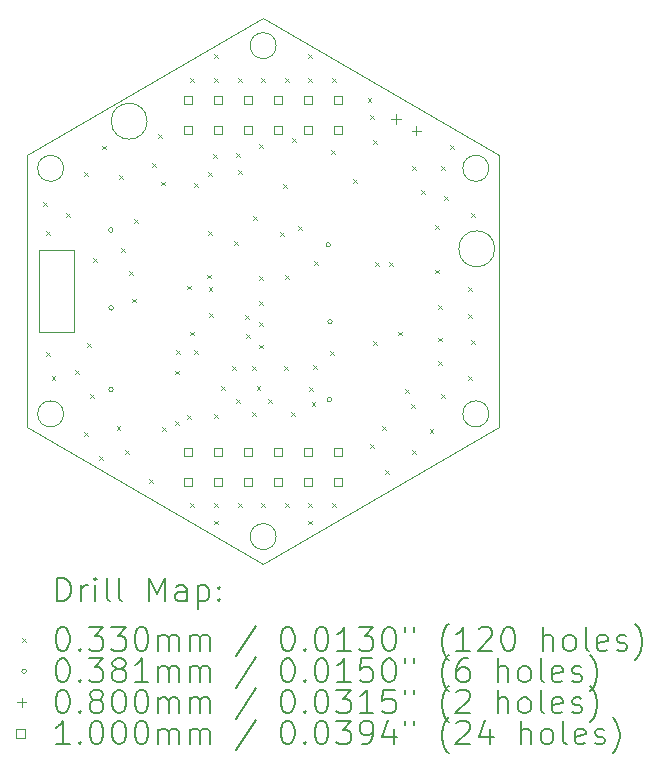
<source format=gbr>
%TF.GenerationSoftware,KiCad,Pcbnew,7.0.5*%
%TF.CreationDate,2024-01-24T02:04:39-05:00*%
%TF.ProjectId,CAMERA_ADAPTER,43414d45-5241-45f4-9144-41505445522e,rev?*%
%TF.SameCoordinates,Original*%
%TF.FileFunction,Drillmap*%
%TF.FilePolarity,Positive*%
%FSLAX45Y45*%
G04 Gerber Fmt 4.5, Leading zero omitted, Abs format (unit mm)*
G04 Created by KiCad (PCBNEW 7.0.5) date 2024-01-24 02:04:39*
%MOMM*%
%LPD*%
G01*
G04 APERTURE LIST*
%ADD10C,0.100000*%
%ADD11C,0.200000*%
%ADD12C,0.033020*%
%ADD13C,0.038100*%
%ADD14C,0.080000*%
G04 APERTURE END LIST*
D10*
X13016000Y-8855761D02*
X13016000Y-11165162D01*
X16926000Y-11049692D02*
G75*
G03*
X16926000Y-11049692I-110000J0D01*
G01*
X14033069Y-8571931D02*
G75*
G03*
X14033069Y-8571931I-152069J0D01*
G01*
X13016000Y-11165162D02*
X15016000Y-12319862D01*
X16926000Y-8971231D02*
G75*
G03*
X16926000Y-8971231I-110000J0D01*
G01*
X13326000Y-8971231D02*
G75*
G03*
X13326000Y-8971231I-110000J0D01*
G01*
X13116000Y-9660461D02*
X13416000Y-9660461D01*
X13416000Y-10360461D01*
X13116000Y-10360461D01*
X13116000Y-9660461D01*
X15016000Y-7701060D02*
X13016000Y-8855761D01*
X17016000Y-8855761D02*
X15016000Y-7701060D01*
X16976000Y-9652362D02*
G75*
G03*
X16976000Y-9652362I-152069J0D01*
G01*
X15126000Y-7932000D02*
G75*
G03*
X15126000Y-7932000I-110000J0D01*
G01*
X15126000Y-12088922D02*
G75*
G03*
X15126000Y-12088922I-110000J0D01*
G01*
X17016000Y-11165162D02*
X17016000Y-8855761D01*
X15016000Y-12319862D02*
X17016000Y-11165162D01*
X13326000Y-11049692D02*
G75*
G03*
X13326000Y-11049692I-110000J0D01*
G01*
D11*
D12*
X13149490Y-9253352D02*
X13182510Y-9286372D01*
X13182510Y-9253352D02*
X13149490Y-9286372D01*
X13174490Y-9503352D02*
X13207510Y-9536372D01*
X13207510Y-9503352D02*
X13174490Y-9536372D01*
X13174490Y-10528352D02*
X13207510Y-10561372D01*
X13207510Y-10528352D02*
X13174490Y-10561372D01*
X13224490Y-10728352D02*
X13257510Y-10761372D01*
X13257510Y-10728352D02*
X13224490Y-10761372D01*
X13349490Y-9353352D02*
X13382510Y-9386372D01*
X13382510Y-9353352D02*
X13349490Y-9386372D01*
X13424490Y-10678352D02*
X13457510Y-10711372D01*
X13457510Y-10678352D02*
X13424490Y-10711372D01*
X13499490Y-9003352D02*
X13532510Y-9036372D01*
X13532510Y-9003352D02*
X13499490Y-9036372D01*
X13499490Y-11203352D02*
X13532510Y-11236372D01*
X13532510Y-11203352D02*
X13499490Y-11236372D01*
X13524490Y-10453352D02*
X13557510Y-10486372D01*
X13557510Y-10453352D02*
X13524490Y-10486372D01*
X13549490Y-10878352D02*
X13582510Y-10911372D01*
X13582510Y-10878352D02*
X13549490Y-10911372D01*
X13574490Y-9728352D02*
X13607510Y-9761372D01*
X13607510Y-9728352D02*
X13574490Y-9761372D01*
X13624490Y-11403352D02*
X13657510Y-11436372D01*
X13657510Y-11403352D02*
X13624490Y-11436372D01*
X13649490Y-8778352D02*
X13682510Y-8811372D01*
X13682510Y-8778352D02*
X13649490Y-8811372D01*
X13774490Y-11153352D02*
X13807510Y-11186372D01*
X13807510Y-11153352D02*
X13774490Y-11186372D01*
X13799490Y-9028352D02*
X13832510Y-9061372D01*
X13832510Y-9028352D02*
X13799490Y-9061372D01*
X13809490Y-9643352D02*
X13842510Y-9676372D01*
X13842510Y-9643352D02*
X13809490Y-9676372D01*
X13849490Y-11353352D02*
X13882510Y-11386372D01*
X13882510Y-11353352D02*
X13849490Y-11386372D01*
X13879490Y-9843352D02*
X13912510Y-9876372D01*
X13912510Y-9843352D02*
X13879490Y-9876372D01*
X13909490Y-10073352D02*
X13942510Y-10106372D01*
X13942510Y-10073352D02*
X13909490Y-10106372D01*
X13919490Y-9403352D02*
X13952510Y-9436372D01*
X13952510Y-9403352D02*
X13919490Y-9436372D01*
X14049490Y-11603352D02*
X14082510Y-11636372D01*
X14082510Y-11603352D02*
X14049490Y-11636372D01*
X14074490Y-8928352D02*
X14107510Y-8961372D01*
X14107510Y-8928352D02*
X14074490Y-8961372D01*
X14129490Y-8683352D02*
X14162510Y-8716372D01*
X14162510Y-8683352D02*
X14129490Y-8716372D01*
X14149490Y-9083352D02*
X14182510Y-9116372D01*
X14182510Y-9083352D02*
X14149490Y-9116372D01*
X14159490Y-11160352D02*
X14192510Y-11193372D01*
X14192510Y-11160352D02*
X14159490Y-11193372D01*
X14268490Y-11109352D02*
X14301510Y-11142372D01*
X14301510Y-11109352D02*
X14268490Y-11142372D01*
X14269490Y-10683352D02*
X14302510Y-10716372D01*
X14302510Y-10683352D02*
X14269490Y-10716372D01*
X14279490Y-10513352D02*
X14312510Y-10546372D01*
X14312510Y-10513352D02*
X14279490Y-10546372D01*
X14369490Y-9963352D02*
X14402510Y-9996372D01*
X14402510Y-9963352D02*
X14369490Y-9996372D01*
X14372490Y-11056352D02*
X14405510Y-11089372D01*
X14405510Y-11056352D02*
X14372490Y-11089372D01*
X14399490Y-8203352D02*
X14432510Y-8236372D01*
X14432510Y-8203352D02*
X14399490Y-8236372D01*
X14399490Y-10353352D02*
X14432510Y-10386372D01*
X14432510Y-10353352D02*
X14399490Y-10386372D01*
X14399490Y-11803352D02*
X14432510Y-11836372D01*
X14432510Y-11803352D02*
X14399490Y-11836372D01*
X14429490Y-9093352D02*
X14462510Y-9126372D01*
X14462510Y-9093352D02*
X14429490Y-9126372D01*
X14429490Y-10513352D02*
X14462510Y-10546372D01*
X14462510Y-10513352D02*
X14429490Y-10546372D01*
X14540490Y-9870352D02*
X14573510Y-9903372D01*
X14573510Y-9870352D02*
X14540490Y-9903372D01*
X14549490Y-9003352D02*
X14582510Y-9036372D01*
X14582510Y-9003352D02*
X14549490Y-9036372D01*
X14549490Y-9503352D02*
X14582510Y-9536372D01*
X14582510Y-9503352D02*
X14549490Y-9536372D01*
X14553490Y-9977352D02*
X14586510Y-10010372D01*
X14586510Y-9977352D02*
X14553490Y-10010372D01*
X14559490Y-10193352D02*
X14592510Y-10226372D01*
X14592510Y-10193352D02*
X14559490Y-10226372D01*
X14589490Y-8853352D02*
X14622510Y-8886372D01*
X14622510Y-8853352D02*
X14589490Y-8886372D01*
X14599490Y-8003352D02*
X14632510Y-8036372D01*
X14632510Y-8003352D02*
X14599490Y-8036372D01*
X14599490Y-8203352D02*
X14632510Y-8236372D01*
X14632510Y-8203352D02*
X14599490Y-8236372D01*
X14599490Y-11053352D02*
X14632510Y-11086372D01*
X14632510Y-11053352D02*
X14599490Y-11086372D01*
X14599490Y-11803352D02*
X14632510Y-11836372D01*
X14632510Y-11803352D02*
X14599490Y-11836372D01*
X14599490Y-11953352D02*
X14632510Y-11986372D01*
X14632510Y-11953352D02*
X14599490Y-11986372D01*
X14659490Y-10813352D02*
X14692510Y-10846372D01*
X14692510Y-10813352D02*
X14659490Y-10846372D01*
X14749490Y-10643352D02*
X14782510Y-10676372D01*
X14782510Y-10643352D02*
X14749490Y-10676372D01*
X14766990Y-9588352D02*
X14800010Y-9621372D01*
X14800010Y-9588352D02*
X14766990Y-9621372D01*
X14789490Y-8843352D02*
X14822510Y-8876372D01*
X14822510Y-8843352D02*
X14789490Y-8876372D01*
X14789490Y-10923352D02*
X14822510Y-10956372D01*
X14822510Y-10923352D02*
X14789490Y-10956372D01*
X14799490Y-8203352D02*
X14832510Y-8236372D01*
X14832510Y-8203352D02*
X14799490Y-8236372D01*
X14799490Y-8983352D02*
X14832510Y-9016372D01*
X14832510Y-8983352D02*
X14799490Y-9016372D01*
X14799490Y-11803352D02*
X14832510Y-11836372D01*
X14832510Y-11803352D02*
X14799490Y-11836372D01*
X14859490Y-10213352D02*
X14892510Y-10246372D01*
X14892510Y-10213352D02*
X14859490Y-10246372D01*
X14869490Y-10373352D02*
X14902510Y-10406372D01*
X14902510Y-10373352D02*
X14869490Y-10406372D01*
X14920490Y-11034352D02*
X14953510Y-11067372D01*
X14953510Y-11034352D02*
X14920490Y-11067372D01*
X14925490Y-10643352D02*
X14958510Y-10676372D01*
X14958510Y-10643352D02*
X14925490Y-10676372D01*
X14932490Y-9376352D02*
X14965510Y-9409372D01*
X14965510Y-9376352D02*
X14932490Y-9409372D01*
X14959490Y-10813352D02*
X14992510Y-10846372D01*
X14992510Y-10813352D02*
X14959490Y-10846372D01*
X14979490Y-8763352D02*
X15012510Y-8796372D01*
X15012510Y-8763352D02*
X14979490Y-8796372D01*
X14979490Y-10273352D02*
X15012510Y-10306372D01*
X15012510Y-10273352D02*
X14979490Y-10306372D01*
X14979490Y-10463352D02*
X15012510Y-10496372D01*
X15012510Y-10463352D02*
X14979490Y-10496372D01*
X14980490Y-10098352D02*
X15013510Y-10131372D01*
X15013510Y-10098352D02*
X14980490Y-10131372D01*
X14983490Y-9880352D02*
X15016510Y-9913372D01*
X15016510Y-9880352D02*
X14983490Y-9913372D01*
X14999490Y-8203352D02*
X15032510Y-8236372D01*
X15032510Y-8203352D02*
X14999490Y-8236372D01*
X14999490Y-11803352D02*
X15032510Y-11836372D01*
X15032510Y-11803352D02*
X14999490Y-11836372D01*
X15059490Y-10926352D02*
X15092510Y-10959372D01*
X15092510Y-10926352D02*
X15059490Y-10959372D01*
X15159490Y-9513352D02*
X15192510Y-9546372D01*
X15192510Y-9513352D02*
X15159490Y-9546372D01*
X15185490Y-9102352D02*
X15218510Y-9135372D01*
X15218510Y-9102352D02*
X15185490Y-9135372D01*
X15194490Y-10643352D02*
X15227510Y-10676372D01*
X15227510Y-10643352D02*
X15194490Y-10676372D01*
X15199490Y-8203352D02*
X15232510Y-8236372D01*
X15232510Y-8203352D02*
X15199490Y-8236372D01*
X15199490Y-9878352D02*
X15232510Y-9911372D01*
X15232510Y-9878352D02*
X15199490Y-9911372D01*
X15199490Y-11803352D02*
X15232510Y-11836372D01*
X15232510Y-11803352D02*
X15199490Y-11836372D01*
X15254490Y-11037352D02*
X15287510Y-11070372D01*
X15287510Y-11037352D02*
X15254490Y-11070372D01*
X15259490Y-8713352D02*
X15292510Y-8746372D01*
X15292510Y-8713352D02*
X15259490Y-8746372D01*
X15309490Y-9463352D02*
X15342510Y-9496372D01*
X15342510Y-9463352D02*
X15309490Y-9496372D01*
X15399490Y-8003352D02*
X15432510Y-8036372D01*
X15432510Y-8003352D02*
X15399490Y-8036372D01*
X15399490Y-8203352D02*
X15432510Y-8236372D01*
X15432510Y-8203352D02*
X15399490Y-8236372D01*
X15399490Y-11803352D02*
X15432510Y-11836372D01*
X15432510Y-11803352D02*
X15399490Y-11836372D01*
X15399490Y-11953352D02*
X15432510Y-11986372D01*
X15432510Y-11953352D02*
X15399490Y-11986372D01*
X15404490Y-10820352D02*
X15437510Y-10853372D01*
X15437510Y-10820352D02*
X15404490Y-10853372D01*
X15425490Y-10947352D02*
X15458510Y-10980372D01*
X15458510Y-10947352D02*
X15425490Y-10980372D01*
X15437490Y-10639352D02*
X15470510Y-10672372D01*
X15470510Y-10639352D02*
X15437490Y-10672372D01*
X15449490Y-9753352D02*
X15482510Y-9786372D01*
X15482510Y-9753352D02*
X15449490Y-9786372D01*
X15585490Y-10515352D02*
X15618510Y-10548372D01*
X15618510Y-10515352D02*
X15585490Y-10548372D01*
X15589490Y-8813352D02*
X15622510Y-8846372D01*
X15622510Y-8813352D02*
X15589490Y-8846372D01*
X15599490Y-8203352D02*
X15632510Y-8236372D01*
X15632510Y-8203352D02*
X15599490Y-8236372D01*
X15599490Y-11803352D02*
X15632510Y-11836372D01*
X15632510Y-11803352D02*
X15599490Y-11836372D01*
X15776490Y-9062352D02*
X15809510Y-9095372D01*
X15809510Y-9062352D02*
X15776490Y-9095372D01*
X15899490Y-8378352D02*
X15932510Y-8411372D01*
X15932510Y-8378352D02*
X15899490Y-8411372D01*
X15919490Y-8523352D02*
X15952510Y-8556372D01*
X15952510Y-8523352D02*
X15919490Y-8556372D01*
X15924490Y-11303352D02*
X15957510Y-11336372D01*
X15957510Y-11303352D02*
X15924490Y-11336372D01*
X15949490Y-8728352D02*
X15982510Y-8761372D01*
X15982510Y-8728352D02*
X15949490Y-8761372D01*
X15949490Y-10433352D02*
X15982510Y-10466372D01*
X15982510Y-10433352D02*
X15949490Y-10466372D01*
X15959490Y-9763352D02*
X15992510Y-9796372D01*
X15992510Y-9763352D02*
X15959490Y-9796372D01*
X16024490Y-11153352D02*
X16057510Y-11186372D01*
X16057510Y-11153352D02*
X16024490Y-11186372D01*
X16049490Y-11528352D02*
X16082510Y-11561372D01*
X16082510Y-11528352D02*
X16049490Y-11561372D01*
X16079490Y-9763352D02*
X16112510Y-9796372D01*
X16112510Y-9763352D02*
X16079490Y-9796372D01*
X16159490Y-10353352D02*
X16192510Y-10386372D01*
X16192510Y-10353352D02*
X16159490Y-10386372D01*
X16219490Y-10843352D02*
X16252510Y-10876372D01*
X16252510Y-10843352D02*
X16219490Y-10876372D01*
X16269490Y-10963352D02*
X16302510Y-10996372D01*
X16302510Y-10963352D02*
X16269490Y-10996372D01*
X16274490Y-8953352D02*
X16307510Y-8986372D01*
X16307510Y-8953352D02*
X16274490Y-8986372D01*
X16274490Y-11353352D02*
X16307510Y-11386372D01*
X16307510Y-11353352D02*
X16274490Y-11386372D01*
X16349490Y-9153352D02*
X16382510Y-9186372D01*
X16382510Y-9153352D02*
X16349490Y-9186372D01*
X16424490Y-11178352D02*
X16457510Y-11211372D01*
X16457510Y-11178352D02*
X16424490Y-11211372D01*
X16474490Y-9453352D02*
X16507510Y-9486372D01*
X16507510Y-9453352D02*
X16474490Y-9486372D01*
X16474490Y-9828352D02*
X16507510Y-9861372D01*
X16507510Y-9828352D02*
X16474490Y-9861372D01*
X16499490Y-10128352D02*
X16532510Y-10161372D01*
X16532510Y-10128352D02*
X16499490Y-10161372D01*
X16499490Y-10403352D02*
X16532510Y-10436372D01*
X16532510Y-10403352D02*
X16499490Y-10436372D01*
X16499490Y-10603352D02*
X16532510Y-10636372D01*
X16532510Y-10603352D02*
X16499490Y-10636372D01*
X16524490Y-8953352D02*
X16557510Y-8986372D01*
X16557510Y-8953352D02*
X16524490Y-8986372D01*
X16524490Y-10878352D02*
X16557510Y-10911372D01*
X16557510Y-10878352D02*
X16524490Y-10911372D01*
X16549490Y-9203352D02*
X16582510Y-9236372D01*
X16582510Y-9203352D02*
X16549490Y-9236372D01*
X16599490Y-8773352D02*
X16632510Y-8806372D01*
X16632510Y-8773352D02*
X16599490Y-8806372D01*
X16749490Y-9978352D02*
X16782510Y-10011372D01*
X16782510Y-9978352D02*
X16749490Y-10011372D01*
X16749490Y-10203352D02*
X16782510Y-10236372D01*
X16782510Y-10203352D02*
X16749490Y-10236372D01*
X16749490Y-10728352D02*
X16782510Y-10761372D01*
X16782510Y-10728352D02*
X16749490Y-10761372D01*
X16774490Y-9353352D02*
X16807510Y-9386372D01*
X16807510Y-9353352D02*
X16774490Y-9386372D01*
X16774490Y-10428352D02*
X16807510Y-10461372D01*
X16807510Y-10428352D02*
X16774490Y-10461372D01*
D13*
X13746050Y-9492862D02*
G75*
G03*
X13746050Y-9492862I-19050J0D01*
G01*
X13747050Y-10152862D02*
G75*
G03*
X13747050Y-10152862I-19050J0D01*
G01*
X13747050Y-10842862D02*
G75*
G03*
X13747050Y-10842862I-19050J0D01*
G01*
X15585050Y-9618862D02*
G75*
G03*
X15585050Y-9618862I-19050J0D01*
G01*
X15596050Y-10929862D02*
G75*
G03*
X15596050Y-10929862I-19050J0D01*
G01*
X15601050Y-10269862D02*
G75*
G03*
X15601050Y-10269862I-19050J0D01*
G01*
D14*
X16139795Y-8512862D02*
X16139795Y-8592862D01*
X16099795Y-8552862D02*
X16179795Y-8552862D01*
X16313000Y-8612862D02*
X16313000Y-8692862D01*
X16273000Y-8652862D02*
X16353000Y-8652862D01*
D10*
X14416356Y-8427916D02*
X14416356Y-8357204D01*
X14345644Y-8357204D01*
X14345644Y-8427916D01*
X14416356Y-8427916D01*
X14416356Y-8681916D02*
X14416356Y-8611204D01*
X14345644Y-8611204D01*
X14345644Y-8681916D01*
X14416356Y-8681916D01*
X14416356Y-11409718D02*
X14416356Y-11339006D01*
X14345644Y-11339006D01*
X14345644Y-11409718D01*
X14416356Y-11409718D01*
X14416356Y-11663718D02*
X14416356Y-11593006D01*
X14345644Y-11593006D01*
X14345644Y-11663718D01*
X14416356Y-11663718D01*
X14670356Y-8427916D02*
X14670356Y-8357204D01*
X14599644Y-8357204D01*
X14599644Y-8427916D01*
X14670356Y-8427916D01*
X14670356Y-8681916D02*
X14670356Y-8611204D01*
X14599644Y-8611204D01*
X14599644Y-8681916D01*
X14670356Y-8681916D01*
X14670356Y-11409718D02*
X14670356Y-11339006D01*
X14599644Y-11339006D01*
X14599644Y-11409718D01*
X14670356Y-11409718D01*
X14670356Y-11663718D02*
X14670356Y-11593006D01*
X14599644Y-11593006D01*
X14599644Y-11663718D01*
X14670356Y-11663718D01*
X14924356Y-8427916D02*
X14924356Y-8357204D01*
X14853644Y-8357204D01*
X14853644Y-8427916D01*
X14924356Y-8427916D01*
X14924356Y-8681916D02*
X14924356Y-8611204D01*
X14853644Y-8611204D01*
X14853644Y-8681916D01*
X14924356Y-8681916D01*
X14924356Y-11409718D02*
X14924356Y-11339006D01*
X14853644Y-11339006D01*
X14853644Y-11409718D01*
X14924356Y-11409718D01*
X14924356Y-11663718D02*
X14924356Y-11593006D01*
X14853644Y-11593006D01*
X14853644Y-11663718D01*
X14924356Y-11663718D01*
X15178356Y-8427916D02*
X15178356Y-8357204D01*
X15107644Y-8357204D01*
X15107644Y-8427916D01*
X15178356Y-8427916D01*
X15178356Y-8681916D02*
X15178356Y-8611204D01*
X15107644Y-8611204D01*
X15107644Y-8681916D01*
X15178356Y-8681916D01*
X15178356Y-11409718D02*
X15178356Y-11339006D01*
X15107644Y-11339006D01*
X15107644Y-11409718D01*
X15178356Y-11409718D01*
X15178356Y-11663718D02*
X15178356Y-11593006D01*
X15107644Y-11593006D01*
X15107644Y-11663718D01*
X15178356Y-11663718D01*
X15432356Y-8427916D02*
X15432356Y-8357204D01*
X15361644Y-8357204D01*
X15361644Y-8427916D01*
X15432356Y-8427916D01*
X15432356Y-8681916D02*
X15432356Y-8611204D01*
X15361644Y-8611204D01*
X15361644Y-8681916D01*
X15432356Y-8681916D01*
X15432356Y-11409718D02*
X15432356Y-11339006D01*
X15361644Y-11339006D01*
X15361644Y-11409718D01*
X15432356Y-11409718D01*
X15432356Y-11663718D02*
X15432356Y-11593006D01*
X15361644Y-11593006D01*
X15361644Y-11663718D01*
X15432356Y-11663718D01*
X15686356Y-8427916D02*
X15686356Y-8357204D01*
X15615644Y-8357204D01*
X15615644Y-8427916D01*
X15686356Y-8427916D01*
X15686356Y-8681916D02*
X15686356Y-8611204D01*
X15615644Y-8611204D01*
X15615644Y-8681916D01*
X15686356Y-8681916D01*
X15686356Y-11409718D02*
X15686356Y-11339006D01*
X15615644Y-11339006D01*
X15615644Y-11409718D01*
X15686356Y-11409718D01*
X15686356Y-11663718D02*
X15686356Y-11593006D01*
X15615644Y-11593006D01*
X15615644Y-11663718D01*
X15686356Y-11663718D01*
D11*
X13271777Y-12636346D02*
X13271777Y-12436346D01*
X13271777Y-12436346D02*
X13319396Y-12436346D01*
X13319396Y-12436346D02*
X13347967Y-12445870D01*
X13347967Y-12445870D02*
X13367015Y-12464917D01*
X13367015Y-12464917D02*
X13376539Y-12483965D01*
X13376539Y-12483965D02*
X13386062Y-12522060D01*
X13386062Y-12522060D02*
X13386062Y-12550632D01*
X13386062Y-12550632D02*
X13376539Y-12588727D01*
X13376539Y-12588727D02*
X13367015Y-12607774D01*
X13367015Y-12607774D02*
X13347967Y-12626822D01*
X13347967Y-12626822D02*
X13319396Y-12636346D01*
X13319396Y-12636346D02*
X13271777Y-12636346D01*
X13471777Y-12636346D02*
X13471777Y-12503012D01*
X13471777Y-12541108D02*
X13481301Y-12522060D01*
X13481301Y-12522060D02*
X13490824Y-12512536D01*
X13490824Y-12512536D02*
X13509872Y-12503012D01*
X13509872Y-12503012D02*
X13528920Y-12503012D01*
X13595586Y-12636346D02*
X13595586Y-12503012D01*
X13595586Y-12436346D02*
X13586062Y-12445870D01*
X13586062Y-12445870D02*
X13595586Y-12455393D01*
X13595586Y-12455393D02*
X13605110Y-12445870D01*
X13605110Y-12445870D02*
X13595586Y-12436346D01*
X13595586Y-12436346D02*
X13595586Y-12455393D01*
X13719396Y-12636346D02*
X13700348Y-12626822D01*
X13700348Y-12626822D02*
X13690824Y-12607774D01*
X13690824Y-12607774D02*
X13690824Y-12436346D01*
X13824158Y-12636346D02*
X13805110Y-12626822D01*
X13805110Y-12626822D02*
X13795586Y-12607774D01*
X13795586Y-12607774D02*
X13795586Y-12436346D01*
X14052729Y-12636346D02*
X14052729Y-12436346D01*
X14052729Y-12436346D02*
X14119396Y-12579203D01*
X14119396Y-12579203D02*
X14186062Y-12436346D01*
X14186062Y-12436346D02*
X14186062Y-12636346D01*
X14367015Y-12636346D02*
X14367015Y-12531584D01*
X14367015Y-12531584D02*
X14357491Y-12512536D01*
X14357491Y-12512536D02*
X14338443Y-12503012D01*
X14338443Y-12503012D02*
X14300348Y-12503012D01*
X14300348Y-12503012D02*
X14281301Y-12512536D01*
X14367015Y-12626822D02*
X14347967Y-12636346D01*
X14347967Y-12636346D02*
X14300348Y-12636346D01*
X14300348Y-12636346D02*
X14281301Y-12626822D01*
X14281301Y-12626822D02*
X14271777Y-12607774D01*
X14271777Y-12607774D02*
X14271777Y-12588727D01*
X14271777Y-12588727D02*
X14281301Y-12569679D01*
X14281301Y-12569679D02*
X14300348Y-12560155D01*
X14300348Y-12560155D02*
X14347967Y-12560155D01*
X14347967Y-12560155D02*
X14367015Y-12550632D01*
X14462253Y-12503012D02*
X14462253Y-12703012D01*
X14462253Y-12512536D02*
X14481301Y-12503012D01*
X14481301Y-12503012D02*
X14519396Y-12503012D01*
X14519396Y-12503012D02*
X14538443Y-12512536D01*
X14538443Y-12512536D02*
X14547967Y-12522060D01*
X14547967Y-12522060D02*
X14557491Y-12541108D01*
X14557491Y-12541108D02*
X14557491Y-12598251D01*
X14557491Y-12598251D02*
X14547967Y-12617298D01*
X14547967Y-12617298D02*
X14538443Y-12626822D01*
X14538443Y-12626822D02*
X14519396Y-12636346D01*
X14519396Y-12636346D02*
X14481301Y-12636346D01*
X14481301Y-12636346D02*
X14462253Y-12626822D01*
X14643205Y-12617298D02*
X14652729Y-12626822D01*
X14652729Y-12626822D02*
X14643205Y-12636346D01*
X14643205Y-12636346D02*
X14633682Y-12626822D01*
X14633682Y-12626822D02*
X14643205Y-12617298D01*
X14643205Y-12617298D02*
X14643205Y-12636346D01*
X14643205Y-12512536D02*
X14652729Y-12522060D01*
X14652729Y-12522060D02*
X14643205Y-12531584D01*
X14643205Y-12531584D02*
X14633682Y-12522060D01*
X14633682Y-12522060D02*
X14643205Y-12512536D01*
X14643205Y-12512536D02*
X14643205Y-12531584D01*
D12*
X12977980Y-12948352D02*
X13011000Y-12981372D01*
X13011000Y-12948352D02*
X12977980Y-12981372D01*
D11*
X13309872Y-12856346D02*
X13328920Y-12856346D01*
X13328920Y-12856346D02*
X13347967Y-12865870D01*
X13347967Y-12865870D02*
X13357491Y-12875393D01*
X13357491Y-12875393D02*
X13367015Y-12894441D01*
X13367015Y-12894441D02*
X13376539Y-12932536D01*
X13376539Y-12932536D02*
X13376539Y-12980155D01*
X13376539Y-12980155D02*
X13367015Y-13018251D01*
X13367015Y-13018251D02*
X13357491Y-13037298D01*
X13357491Y-13037298D02*
X13347967Y-13046822D01*
X13347967Y-13046822D02*
X13328920Y-13056346D01*
X13328920Y-13056346D02*
X13309872Y-13056346D01*
X13309872Y-13056346D02*
X13290824Y-13046822D01*
X13290824Y-13046822D02*
X13281301Y-13037298D01*
X13281301Y-13037298D02*
X13271777Y-13018251D01*
X13271777Y-13018251D02*
X13262253Y-12980155D01*
X13262253Y-12980155D02*
X13262253Y-12932536D01*
X13262253Y-12932536D02*
X13271777Y-12894441D01*
X13271777Y-12894441D02*
X13281301Y-12875393D01*
X13281301Y-12875393D02*
X13290824Y-12865870D01*
X13290824Y-12865870D02*
X13309872Y-12856346D01*
X13462253Y-13037298D02*
X13471777Y-13046822D01*
X13471777Y-13046822D02*
X13462253Y-13056346D01*
X13462253Y-13056346D02*
X13452729Y-13046822D01*
X13452729Y-13046822D02*
X13462253Y-13037298D01*
X13462253Y-13037298D02*
X13462253Y-13056346D01*
X13538443Y-12856346D02*
X13662253Y-12856346D01*
X13662253Y-12856346D02*
X13595586Y-12932536D01*
X13595586Y-12932536D02*
X13624158Y-12932536D01*
X13624158Y-12932536D02*
X13643205Y-12942060D01*
X13643205Y-12942060D02*
X13652729Y-12951584D01*
X13652729Y-12951584D02*
X13662253Y-12970632D01*
X13662253Y-12970632D02*
X13662253Y-13018251D01*
X13662253Y-13018251D02*
X13652729Y-13037298D01*
X13652729Y-13037298D02*
X13643205Y-13046822D01*
X13643205Y-13046822D02*
X13624158Y-13056346D01*
X13624158Y-13056346D02*
X13567015Y-13056346D01*
X13567015Y-13056346D02*
X13547967Y-13046822D01*
X13547967Y-13046822D02*
X13538443Y-13037298D01*
X13728920Y-12856346D02*
X13852729Y-12856346D01*
X13852729Y-12856346D02*
X13786062Y-12932536D01*
X13786062Y-12932536D02*
X13814634Y-12932536D01*
X13814634Y-12932536D02*
X13833682Y-12942060D01*
X13833682Y-12942060D02*
X13843205Y-12951584D01*
X13843205Y-12951584D02*
X13852729Y-12970632D01*
X13852729Y-12970632D02*
X13852729Y-13018251D01*
X13852729Y-13018251D02*
X13843205Y-13037298D01*
X13843205Y-13037298D02*
X13833682Y-13046822D01*
X13833682Y-13046822D02*
X13814634Y-13056346D01*
X13814634Y-13056346D02*
X13757491Y-13056346D01*
X13757491Y-13056346D02*
X13738443Y-13046822D01*
X13738443Y-13046822D02*
X13728920Y-13037298D01*
X13976539Y-12856346D02*
X13995586Y-12856346D01*
X13995586Y-12856346D02*
X14014634Y-12865870D01*
X14014634Y-12865870D02*
X14024158Y-12875393D01*
X14024158Y-12875393D02*
X14033682Y-12894441D01*
X14033682Y-12894441D02*
X14043205Y-12932536D01*
X14043205Y-12932536D02*
X14043205Y-12980155D01*
X14043205Y-12980155D02*
X14033682Y-13018251D01*
X14033682Y-13018251D02*
X14024158Y-13037298D01*
X14024158Y-13037298D02*
X14014634Y-13046822D01*
X14014634Y-13046822D02*
X13995586Y-13056346D01*
X13995586Y-13056346D02*
X13976539Y-13056346D01*
X13976539Y-13056346D02*
X13957491Y-13046822D01*
X13957491Y-13046822D02*
X13947967Y-13037298D01*
X13947967Y-13037298D02*
X13938443Y-13018251D01*
X13938443Y-13018251D02*
X13928920Y-12980155D01*
X13928920Y-12980155D02*
X13928920Y-12932536D01*
X13928920Y-12932536D02*
X13938443Y-12894441D01*
X13938443Y-12894441D02*
X13947967Y-12875393D01*
X13947967Y-12875393D02*
X13957491Y-12865870D01*
X13957491Y-12865870D02*
X13976539Y-12856346D01*
X14128920Y-13056346D02*
X14128920Y-12923012D01*
X14128920Y-12942060D02*
X14138443Y-12932536D01*
X14138443Y-12932536D02*
X14157491Y-12923012D01*
X14157491Y-12923012D02*
X14186063Y-12923012D01*
X14186063Y-12923012D02*
X14205110Y-12932536D01*
X14205110Y-12932536D02*
X14214634Y-12951584D01*
X14214634Y-12951584D02*
X14214634Y-13056346D01*
X14214634Y-12951584D02*
X14224158Y-12932536D01*
X14224158Y-12932536D02*
X14243205Y-12923012D01*
X14243205Y-12923012D02*
X14271777Y-12923012D01*
X14271777Y-12923012D02*
X14290824Y-12932536D01*
X14290824Y-12932536D02*
X14300348Y-12951584D01*
X14300348Y-12951584D02*
X14300348Y-13056346D01*
X14395586Y-13056346D02*
X14395586Y-12923012D01*
X14395586Y-12942060D02*
X14405110Y-12932536D01*
X14405110Y-12932536D02*
X14424158Y-12923012D01*
X14424158Y-12923012D02*
X14452729Y-12923012D01*
X14452729Y-12923012D02*
X14471777Y-12932536D01*
X14471777Y-12932536D02*
X14481301Y-12951584D01*
X14481301Y-12951584D02*
X14481301Y-13056346D01*
X14481301Y-12951584D02*
X14490824Y-12932536D01*
X14490824Y-12932536D02*
X14509872Y-12923012D01*
X14509872Y-12923012D02*
X14538443Y-12923012D01*
X14538443Y-12923012D02*
X14557491Y-12932536D01*
X14557491Y-12932536D02*
X14567015Y-12951584D01*
X14567015Y-12951584D02*
X14567015Y-13056346D01*
X14957491Y-12846822D02*
X14786063Y-13103965D01*
X15214634Y-12856346D02*
X15233682Y-12856346D01*
X15233682Y-12856346D02*
X15252729Y-12865870D01*
X15252729Y-12865870D02*
X15262253Y-12875393D01*
X15262253Y-12875393D02*
X15271777Y-12894441D01*
X15271777Y-12894441D02*
X15281301Y-12932536D01*
X15281301Y-12932536D02*
X15281301Y-12980155D01*
X15281301Y-12980155D02*
X15271777Y-13018251D01*
X15271777Y-13018251D02*
X15262253Y-13037298D01*
X15262253Y-13037298D02*
X15252729Y-13046822D01*
X15252729Y-13046822D02*
X15233682Y-13056346D01*
X15233682Y-13056346D02*
X15214634Y-13056346D01*
X15214634Y-13056346D02*
X15195586Y-13046822D01*
X15195586Y-13046822D02*
X15186063Y-13037298D01*
X15186063Y-13037298D02*
X15176539Y-13018251D01*
X15176539Y-13018251D02*
X15167015Y-12980155D01*
X15167015Y-12980155D02*
X15167015Y-12932536D01*
X15167015Y-12932536D02*
X15176539Y-12894441D01*
X15176539Y-12894441D02*
X15186063Y-12875393D01*
X15186063Y-12875393D02*
X15195586Y-12865870D01*
X15195586Y-12865870D02*
X15214634Y-12856346D01*
X15367015Y-13037298D02*
X15376539Y-13046822D01*
X15376539Y-13046822D02*
X15367015Y-13056346D01*
X15367015Y-13056346D02*
X15357491Y-13046822D01*
X15357491Y-13046822D02*
X15367015Y-13037298D01*
X15367015Y-13037298D02*
X15367015Y-13056346D01*
X15500348Y-12856346D02*
X15519396Y-12856346D01*
X15519396Y-12856346D02*
X15538444Y-12865870D01*
X15538444Y-12865870D02*
X15547967Y-12875393D01*
X15547967Y-12875393D02*
X15557491Y-12894441D01*
X15557491Y-12894441D02*
X15567015Y-12932536D01*
X15567015Y-12932536D02*
X15567015Y-12980155D01*
X15567015Y-12980155D02*
X15557491Y-13018251D01*
X15557491Y-13018251D02*
X15547967Y-13037298D01*
X15547967Y-13037298D02*
X15538444Y-13046822D01*
X15538444Y-13046822D02*
X15519396Y-13056346D01*
X15519396Y-13056346D02*
X15500348Y-13056346D01*
X15500348Y-13056346D02*
X15481301Y-13046822D01*
X15481301Y-13046822D02*
X15471777Y-13037298D01*
X15471777Y-13037298D02*
X15462253Y-13018251D01*
X15462253Y-13018251D02*
X15452729Y-12980155D01*
X15452729Y-12980155D02*
X15452729Y-12932536D01*
X15452729Y-12932536D02*
X15462253Y-12894441D01*
X15462253Y-12894441D02*
X15471777Y-12875393D01*
X15471777Y-12875393D02*
X15481301Y-12865870D01*
X15481301Y-12865870D02*
X15500348Y-12856346D01*
X15757491Y-13056346D02*
X15643206Y-13056346D01*
X15700348Y-13056346D02*
X15700348Y-12856346D01*
X15700348Y-12856346D02*
X15681301Y-12884917D01*
X15681301Y-12884917D02*
X15662253Y-12903965D01*
X15662253Y-12903965D02*
X15643206Y-12913489D01*
X15824158Y-12856346D02*
X15947967Y-12856346D01*
X15947967Y-12856346D02*
X15881301Y-12932536D01*
X15881301Y-12932536D02*
X15909872Y-12932536D01*
X15909872Y-12932536D02*
X15928920Y-12942060D01*
X15928920Y-12942060D02*
X15938444Y-12951584D01*
X15938444Y-12951584D02*
X15947967Y-12970632D01*
X15947967Y-12970632D02*
X15947967Y-13018251D01*
X15947967Y-13018251D02*
X15938444Y-13037298D01*
X15938444Y-13037298D02*
X15928920Y-13046822D01*
X15928920Y-13046822D02*
X15909872Y-13056346D01*
X15909872Y-13056346D02*
X15852729Y-13056346D01*
X15852729Y-13056346D02*
X15833682Y-13046822D01*
X15833682Y-13046822D02*
X15824158Y-13037298D01*
X16071777Y-12856346D02*
X16090825Y-12856346D01*
X16090825Y-12856346D02*
X16109872Y-12865870D01*
X16109872Y-12865870D02*
X16119396Y-12875393D01*
X16119396Y-12875393D02*
X16128920Y-12894441D01*
X16128920Y-12894441D02*
X16138444Y-12932536D01*
X16138444Y-12932536D02*
X16138444Y-12980155D01*
X16138444Y-12980155D02*
X16128920Y-13018251D01*
X16128920Y-13018251D02*
X16119396Y-13037298D01*
X16119396Y-13037298D02*
X16109872Y-13046822D01*
X16109872Y-13046822D02*
X16090825Y-13056346D01*
X16090825Y-13056346D02*
X16071777Y-13056346D01*
X16071777Y-13056346D02*
X16052729Y-13046822D01*
X16052729Y-13046822D02*
X16043206Y-13037298D01*
X16043206Y-13037298D02*
X16033682Y-13018251D01*
X16033682Y-13018251D02*
X16024158Y-12980155D01*
X16024158Y-12980155D02*
X16024158Y-12932536D01*
X16024158Y-12932536D02*
X16033682Y-12894441D01*
X16033682Y-12894441D02*
X16043206Y-12875393D01*
X16043206Y-12875393D02*
X16052729Y-12865870D01*
X16052729Y-12865870D02*
X16071777Y-12856346D01*
X16214634Y-12856346D02*
X16214634Y-12894441D01*
X16290825Y-12856346D02*
X16290825Y-12894441D01*
X16586063Y-13132536D02*
X16576539Y-13123012D01*
X16576539Y-13123012D02*
X16557491Y-13094441D01*
X16557491Y-13094441D02*
X16547968Y-13075393D01*
X16547968Y-13075393D02*
X16538444Y-13046822D01*
X16538444Y-13046822D02*
X16528920Y-12999203D01*
X16528920Y-12999203D02*
X16528920Y-12961108D01*
X16528920Y-12961108D02*
X16538444Y-12913489D01*
X16538444Y-12913489D02*
X16547968Y-12884917D01*
X16547968Y-12884917D02*
X16557491Y-12865870D01*
X16557491Y-12865870D02*
X16576539Y-12837298D01*
X16576539Y-12837298D02*
X16586063Y-12827774D01*
X16767015Y-13056346D02*
X16652729Y-13056346D01*
X16709872Y-13056346D02*
X16709872Y-12856346D01*
X16709872Y-12856346D02*
X16690825Y-12884917D01*
X16690825Y-12884917D02*
X16671777Y-12903965D01*
X16671777Y-12903965D02*
X16652729Y-12913489D01*
X16843206Y-12875393D02*
X16852730Y-12865870D01*
X16852730Y-12865870D02*
X16871777Y-12856346D01*
X16871777Y-12856346D02*
X16919396Y-12856346D01*
X16919396Y-12856346D02*
X16938444Y-12865870D01*
X16938444Y-12865870D02*
X16947968Y-12875393D01*
X16947968Y-12875393D02*
X16957491Y-12894441D01*
X16957491Y-12894441D02*
X16957491Y-12913489D01*
X16957491Y-12913489D02*
X16947968Y-12942060D01*
X16947968Y-12942060D02*
X16833682Y-13056346D01*
X16833682Y-13056346D02*
X16957491Y-13056346D01*
X17081301Y-12856346D02*
X17100349Y-12856346D01*
X17100349Y-12856346D02*
X17119396Y-12865870D01*
X17119396Y-12865870D02*
X17128920Y-12875393D01*
X17128920Y-12875393D02*
X17138444Y-12894441D01*
X17138444Y-12894441D02*
X17147968Y-12932536D01*
X17147968Y-12932536D02*
X17147968Y-12980155D01*
X17147968Y-12980155D02*
X17138444Y-13018251D01*
X17138444Y-13018251D02*
X17128920Y-13037298D01*
X17128920Y-13037298D02*
X17119396Y-13046822D01*
X17119396Y-13046822D02*
X17100349Y-13056346D01*
X17100349Y-13056346D02*
X17081301Y-13056346D01*
X17081301Y-13056346D02*
X17062253Y-13046822D01*
X17062253Y-13046822D02*
X17052730Y-13037298D01*
X17052730Y-13037298D02*
X17043206Y-13018251D01*
X17043206Y-13018251D02*
X17033682Y-12980155D01*
X17033682Y-12980155D02*
X17033682Y-12932536D01*
X17033682Y-12932536D02*
X17043206Y-12894441D01*
X17043206Y-12894441D02*
X17052730Y-12875393D01*
X17052730Y-12875393D02*
X17062253Y-12865870D01*
X17062253Y-12865870D02*
X17081301Y-12856346D01*
X17386063Y-13056346D02*
X17386063Y-12856346D01*
X17471777Y-13056346D02*
X17471777Y-12951584D01*
X17471777Y-12951584D02*
X17462253Y-12932536D01*
X17462253Y-12932536D02*
X17443206Y-12923012D01*
X17443206Y-12923012D02*
X17414634Y-12923012D01*
X17414634Y-12923012D02*
X17395587Y-12932536D01*
X17395587Y-12932536D02*
X17386063Y-12942060D01*
X17595587Y-13056346D02*
X17576539Y-13046822D01*
X17576539Y-13046822D02*
X17567015Y-13037298D01*
X17567015Y-13037298D02*
X17557492Y-13018251D01*
X17557492Y-13018251D02*
X17557492Y-12961108D01*
X17557492Y-12961108D02*
X17567015Y-12942060D01*
X17567015Y-12942060D02*
X17576539Y-12932536D01*
X17576539Y-12932536D02*
X17595587Y-12923012D01*
X17595587Y-12923012D02*
X17624158Y-12923012D01*
X17624158Y-12923012D02*
X17643206Y-12932536D01*
X17643206Y-12932536D02*
X17652730Y-12942060D01*
X17652730Y-12942060D02*
X17662253Y-12961108D01*
X17662253Y-12961108D02*
X17662253Y-13018251D01*
X17662253Y-13018251D02*
X17652730Y-13037298D01*
X17652730Y-13037298D02*
X17643206Y-13046822D01*
X17643206Y-13046822D02*
X17624158Y-13056346D01*
X17624158Y-13056346D02*
X17595587Y-13056346D01*
X17776539Y-13056346D02*
X17757492Y-13046822D01*
X17757492Y-13046822D02*
X17747968Y-13027774D01*
X17747968Y-13027774D02*
X17747968Y-12856346D01*
X17928920Y-13046822D02*
X17909873Y-13056346D01*
X17909873Y-13056346D02*
X17871777Y-13056346D01*
X17871777Y-13056346D02*
X17852730Y-13046822D01*
X17852730Y-13046822D02*
X17843206Y-13027774D01*
X17843206Y-13027774D02*
X17843206Y-12951584D01*
X17843206Y-12951584D02*
X17852730Y-12932536D01*
X17852730Y-12932536D02*
X17871777Y-12923012D01*
X17871777Y-12923012D02*
X17909873Y-12923012D01*
X17909873Y-12923012D02*
X17928920Y-12932536D01*
X17928920Y-12932536D02*
X17938444Y-12951584D01*
X17938444Y-12951584D02*
X17938444Y-12970632D01*
X17938444Y-12970632D02*
X17843206Y-12989679D01*
X18014634Y-13046822D02*
X18033682Y-13056346D01*
X18033682Y-13056346D02*
X18071777Y-13056346D01*
X18071777Y-13056346D02*
X18090825Y-13046822D01*
X18090825Y-13046822D02*
X18100349Y-13027774D01*
X18100349Y-13027774D02*
X18100349Y-13018251D01*
X18100349Y-13018251D02*
X18090825Y-12999203D01*
X18090825Y-12999203D02*
X18071777Y-12989679D01*
X18071777Y-12989679D02*
X18043206Y-12989679D01*
X18043206Y-12989679D02*
X18024158Y-12980155D01*
X18024158Y-12980155D02*
X18014634Y-12961108D01*
X18014634Y-12961108D02*
X18014634Y-12951584D01*
X18014634Y-12951584D02*
X18024158Y-12932536D01*
X18024158Y-12932536D02*
X18043206Y-12923012D01*
X18043206Y-12923012D02*
X18071777Y-12923012D01*
X18071777Y-12923012D02*
X18090825Y-12932536D01*
X18167015Y-13132536D02*
X18176539Y-13123012D01*
X18176539Y-13123012D02*
X18195587Y-13094441D01*
X18195587Y-13094441D02*
X18205111Y-13075393D01*
X18205111Y-13075393D02*
X18214634Y-13046822D01*
X18214634Y-13046822D02*
X18224158Y-12999203D01*
X18224158Y-12999203D02*
X18224158Y-12961108D01*
X18224158Y-12961108D02*
X18214634Y-12913489D01*
X18214634Y-12913489D02*
X18205111Y-12884917D01*
X18205111Y-12884917D02*
X18195587Y-12865870D01*
X18195587Y-12865870D02*
X18176539Y-12837298D01*
X18176539Y-12837298D02*
X18167015Y-12827774D01*
D13*
X13011000Y-13228862D02*
G75*
G03*
X13011000Y-13228862I-19050J0D01*
G01*
D11*
X13309872Y-13120346D02*
X13328920Y-13120346D01*
X13328920Y-13120346D02*
X13347967Y-13129870D01*
X13347967Y-13129870D02*
X13357491Y-13139393D01*
X13357491Y-13139393D02*
X13367015Y-13158441D01*
X13367015Y-13158441D02*
X13376539Y-13196536D01*
X13376539Y-13196536D02*
X13376539Y-13244155D01*
X13376539Y-13244155D02*
X13367015Y-13282251D01*
X13367015Y-13282251D02*
X13357491Y-13301298D01*
X13357491Y-13301298D02*
X13347967Y-13310822D01*
X13347967Y-13310822D02*
X13328920Y-13320346D01*
X13328920Y-13320346D02*
X13309872Y-13320346D01*
X13309872Y-13320346D02*
X13290824Y-13310822D01*
X13290824Y-13310822D02*
X13281301Y-13301298D01*
X13281301Y-13301298D02*
X13271777Y-13282251D01*
X13271777Y-13282251D02*
X13262253Y-13244155D01*
X13262253Y-13244155D02*
X13262253Y-13196536D01*
X13262253Y-13196536D02*
X13271777Y-13158441D01*
X13271777Y-13158441D02*
X13281301Y-13139393D01*
X13281301Y-13139393D02*
X13290824Y-13129870D01*
X13290824Y-13129870D02*
X13309872Y-13120346D01*
X13462253Y-13301298D02*
X13471777Y-13310822D01*
X13471777Y-13310822D02*
X13462253Y-13320346D01*
X13462253Y-13320346D02*
X13452729Y-13310822D01*
X13452729Y-13310822D02*
X13462253Y-13301298D01*
X13462253Y-13301298D02*
X13462253Y-13320346D01*
X13538443Y-13120346D02*
X13662253Y-13120346D01*
X13662253Y-13120346D02*
X13595586Y-13196536D01*
X13595586Y-13196536D02*
X13624158Y-13196536D01*
X13624158Y-13196536D02*
X13643205Y-13206060D01*
X13643205Y-13206060D02*
X13652729Y-13215584D01*
X13652729Y-13215584D02*
X13662253Y-13234632D01*
X13662253Y-13234632D02*
X13662253Y-13282251D01*
X13662253Y-13282251D02*
X13652729Y-13301298D01*
X13652729Y-13301298D02*
X13643205Y-13310822D01*
X13643205Y-13310822D02*
X13624158Y-13320346D01*
X13624158Y-13320346D02*
X13567015Y-13320346D01*
X13567015Y-13320346D02*
X13547967Y-13310822D01*
X13547967Y-13310822D02*
X13538443Y-13301298D01*
X13776539Y-13206060D02*
X13757491Y-13196536D01*
X13757491Y-13196536D02*
X13747967Y-13187012D01*
X13747967Y-13187012D02*
X13738443Y-13167965D01*
X13738443Y-13167965D02*
X13738443Y-13158441D01*
X13738443Y-13158441D02*
X13747967Y-13139393D01*
X13747967Y-13139393D02*
X13757491Y-13129870D01*
X13757491Y-13129870D02*
X13776539Y-13120346D01*
X13776539Y-13120346D02*
X13814634Y-13120346D01*
X13814634Y-13120346D02*
X13833682Y-13129870D01*
X13833682Y-13129870D02*
X13843205Y-13139393D01*
X13843205Y-13139393D02*
X13852729Y-13158441D01*
X13852729Y-13158441D02*
X13852729Y-13167965D01*
X13852729Y-13167965D02*
X13843205Y-13187012D01*
X13843205Y-13187012D02*
X13833682Y-13196536D01*
X13833682Y-13196536D02*
X13814634Y-13206060D01*
X13814634Y-13206060D02*
X13776539Y-13206060D01*
X13776539Y-13206060D02*
X13757491Y-13215584D01*
X13757491Y-13215584D02*
X13747967Y-13225108D01*
X13747967Y-13225108D02*
X13738443Y-13244155D01*
X13738443Y-13244155D02*
X13738443Y-13282251D01*
X13738443Y-13282251D02*
X13747967Y-13301298D01*
X13747967Y-13301298D02*
X13757491Y-13310822D01*
X13757491Y-13310822D02*
X13776539Y-13320346D01*
X13776539Y-13320346D02*
X13814634Y-13320346D01*
X13814634Y-13320346D02*
X13833682Y-13310822D01*
X13833682Y-13310822D02*
X13843205Y-13301298D01*
X13843205Y-13301298D02*
X13852729Y-13282251D01*
X13852729Y-13282251D02*
X13852729Y-13244155D01*
X13852729Y-13244155D02*
X13843205Y-13225108D01*
X13843205Y-13225108D02*
X13833682Y-13215584D01*
X13833682Y-13215584D02*
X13814634Y-13206060D01*
X14043205Y-13320346D02*
X13928920Y-13320346D01*
X13986062Y-13320346D02*
X13986062Y-13120346D01*
X13986062Y-13120346D02*
X13967015Y-13148917D01*
X13967015Y-13148917D02*
X13947967Y-13167965D01*
X13947967Y-13167965D02*
X13928920Y-13177489D01*
X14128920Y-13320346D02*
X14128920Y-13187012D01*
X14128920Y-13206060D02*
X14138443Y-13196536D01*
X14138443Y-13196536D02*
X14157491Y-13187012D01*
X14157491Y-13187012D02*
X14186063Y-13187012D01*
X14186063Y-13187012D02*
X14205110Y-13196536D01*
X14205110Y-13196536D02*
X14214634Y-13215584D01*
X14214634Y-13215584D02*
X14214634Y-13320346D01*
X14214634Y-13215584D02*
X14224158Y-13196536D01*
X14224158Y-13196536D02*
X14243205Y-13187012D01*
X14243205Y-13187012D02*
X14271777Y-13187012D01*
X14271777Y-13187012D02*
X14290824Y-13196536D01*
X14290824Y-13196536D02*
X14300348Y-13215584D01*
X14300348Y-13215584D02*
X14300348Y-13320346D01*
X14395586Y-13320346D02*
X14395586Y-13187012D01*
X14395586Y-13206060D02*
X14405110Y-13196536D01*
X14405110Y-13196536D02*
X14424158Y-13187012D01*
X14424158Y-13187012D02*
X14452729Y-13187012D01*
X14452729Y-13187012D02*
X14471777Y-13196536D01*
X14471777Y-13196536D02*
X14481301Y-13215584D01*
X14481301Y-13215584D02*
X14481301Y-13320346D01*
X14481301Y-13215584D02*
X14490824Y-13196536D01*
X14490824Y-13196536D02*
X14509872Y-13187012D01*
X14509872Y-13187012D02*
X14538443Y-13187012D01*
X14538443Y-13187012D02*
X14557491Y-13196536D01*
X14557491Y-13196536D02*
X14567015Y-13215584D01*
X14567015Y-13215584D02*
X14567015Y-13320346D01*
X14957491Y-13110822D02*
X14786063Y-13367965D01*
X15214634Y-13120346D02*
X15233682Y-13120346D01*
X15233682Y-13120346D02*
X15252729Y-13129870D01*
X15252729Y-13129870D02*
X15262253Y-13139393D01*
X15262253Y-13139393D02*
X15271777Y-13158441D01*
X15271777Y-13158441D02*
X15281301Y-13196536D01*
X15281301Y-13196536D02*
X15281301Y-13244155D01*
X15281301Y-13244155D02*
X15271777Y-13282251D01*
X15271777Y-13282251D02*
X15262253Y-13301298D01*
X15262253Y-13301298D02*
X15252729Y-13310822D01*
X15252729Y-13310822D02*
X15233682Y-13320346D01*
X15233682Y-13320346D02*
X15214634Y-13320346D01*
X15214634Y-13320346D02*
X15195586Y-13310822D01*
X15195586Y-13310822D02*
X15186063Y-13301298D01*
X15186063Y-13301298D02*
X15176539Y-13282251D01*
X15176539Y-13282251D02*
X15167015Y-13244155D01*
X15167015Y-13244155D02*
X15167015Y-13196536D01*
X15167015Y-13196536D02*
X15176539Y-13158441D01*
X15176539Y-13158441D02*
X15186063Y-13139393D01*
X15186063Y-13139393D02*
X15195586Y-13129870D01*
X15195586Y-13129870D02*
X15214634Y-13120346D01*
X15367015Y-13301298D02*
X15376539Y-13310822D01*
X15376539Y-13310822D02*
X15367015Y-13320346D01*
X15367015Y-13320346D02*
X15357491Y-13310822D01*
X15357491Y-13310822D02*
X15367015Y-13301298D01*
X15367015Y-13301298D02*
X15367015Y-13320346D01*
X15500348Y-13120346D02*
X15519396Y-13120346D01*
X15519396Y-13120346D02*
X15538444Y-13129870D01*
X15538444Y-13129870D02*
X15547967Y-13139393D01*
X15547967Y-13139393D02*
X15557491Y-13158441D01*
X15557491Y-13158441D02*
X15567015Y-13196536D01*
X15567015Y-13196536D02*
X15567015Y-13244155D01*
X15567015Y-13244155D02*
X15557491Y-13282251D01*
X15557491Y-13282251D02*
X15547967Y-13301298D01*
X15547967Y-13301298D02*
X15538444Y-13310822D01*
X15538444Y-13310822D02*
X15519396Y-13320346D01*
X15519396Y-13320346D02*
X15500348Y-13320346D01*
X15500348Y-13320346D02*
X15481301Y-13310822D01*
X15481301Y-13310822D02*
X15471777Y-13301298D01*
X15471777Y-13301298D02*
X15462253Y-13282251D01*
X15462253Y-13282251D02*
X15452729Y-13244155D01*
X15452729Y-13244155D02*
X15452729Y-13196536D01*
X15452729Y-13196536D02*
X15462253Y-13158441D01*
X15462253Y-13158441D02*
X15471777Y-13139393D01*
X15471777Y-13139393D02*
X15481301Y-13129870D01*
X15481301Y-13129870D02*
X15500348Y-13120346D01*
X15757491Y-13320346D02*
X15643206Y-13320346D01*
X15700348Y-13320346D02*
X15700348Y-13120346D01*
X15700348Y-13120346D02*
X15681301Y-13148917D01*
X15681301Y-13148917D02*
X15662253Y-13167965D01*
X15662253Y-13167965D02*
X15643206Y-13177489D01*
X15938444Y-13120346D02*
X15843206Y-13120346D01*
X15843206Y-13120346D02*
X15833682Y-13215584D01*
X15833682Y-13215584D02*
X15843206Y-13206060D01*
X15843206Y-13206060D02*
X15862253Y-13196536D01*
X15862253Y-13196536D02*
X15909872Y-13196536D01*
X15909872Y-13196536D02*
X15928920Y-13206060D01*
X15928920Y-13206060D02*
X15938444Y-13215584D01*
X15938444Y-13215584D02*
X15947967Y-13234632D01*
X15947967Y-13234632D02*
X15947967Y-13282251D01*
X15947967Y-13282251D02*
X15938444Y-13301298D01*
X15938444Y-13301298D02*
X15928920Y-13310822D01*
X15928920Y-13310822D02*
X15909872Y-13320346D01*
X15909872Y-13320346D02*
X15862253Y-13320346D01*
X15862253Y-13320346D02*
X15843206Y-13310822D01*
X15843206Y-13310822D02*
X15833682Y-13301298D01*
X16071777Y-13120346D02*
X16090825Y-13120346D01*
X16090825Y-13120346D02*
X16109872Y-13129870D01*
X16109872Y-13129870D02*
X16119396Y-13139393D01*
X16119396Y-13139393D02*
X16128920Y-13158441D01*
X16128920Y-13158441D02*
X16138444Y-13196536D01*
X16138444Y-13196536D02*
X16138444Y-13244155D01*
X16138444Y-13244155D02*
X16128920Y-13282251D01*
X16128920Y-13282251D02*
X16119396Y-13301298D01*
X16119396Y-13301298D02*
X16109872Y-13310822D01*
X16109872Y-13310822D02*
X16090825Y-13320346D01*
X16090825Y-13320346D02*
X16071777Y-13320346D01*
X16071777Y-13320346D02*
X16052729Y-13310822D01*
X16052729Y-13310822D02*
X16043206Y-13301298D01*
X16043206Y-13301298D02*
X16033682Y-13282251D01*
X16033682Y-13282251D02*
X16024158Y-13244155D01*
X16024158Y-13244155D02*
X16024158Y-13196536D01*
X16024158Y-13196536D02*
X16033682Y-13158441D01*
X16033682Y-13158441D02*
X16043206Y-13139393D01*
X16043206Y-13139393D02*
X16052729Y-13129870D01*
X16052729Y-13129870D02*
X16071777Y-13120346D01*
X16214634Y-13120346D02*
X16214634Y-13158441D01*
X16290825Y-13120346D02*
X16290825Y-13158441D01*
X16586063Y-13396536D02*
X16576539Y-13387012D01*
X16576539Y-13387012D02*
X16557491Y-13358441D01*
X16557491Y-13358441D02*
X16547968Y-13339393D01*
X16547968Y-13339393D02*
X16538444Y-13310822D01*
X16538444Y-13310822D02*
X16528920Y-13263203D01*
X16528920Y-13263203D02*
X16528920Y-13225108D01*
X16528920Y-13225108D02*
X16538444Y-13177489D01*
X16538444Y-13177489D02*
X16547968Y-13148917D01*
X16547968Y-13148917D02*
X16557491Y-13129870D01*
X16557491Y-13129870D02*
X16576539Y-13101298D01*
X16576539Y-13101298D02*
X16586063Y-13091774D01*
X16747968Y-13120346D02*
X16709872Y-13120346D01*
X16709872Y-13120346D02*
X16690825Y-13129870D01*
X16690825Y-13129870D02*
X16681301Y-13139393D01*
X16681301Y-13139393D02*
X16662253Y-13167965D01*
X16662253Y-13167965D02*
X16652729Y-13206060D01*
X16652729Y-13206060D02*
X16652729Y-13282251D01*
X16652729Y-13282251D02*
X16662253Y-13301298D01*
X16662253Y-13301298D02*
X16671777Y-13310822D01*
X16671777Y-13310822D02*
X16690825Y-13320346D01*
X16690825Y-13320346D02*
X16728920Y-13320346D01*
X16728920Y-13320346D02*
X16747968Y-13310822D01*
X16747968Y-13310822D02*
X16757491Y-13301298D01*
X16757491Y-13301298D02*
X16767015Y-13282251D01*
X16767015Y-13282251D02*
X16767015Y-13234632D01*
X16767015Y-13234632D02*
X16757491Y-13215584D01*
X16757491Y-13215584D02*
X16747968Y-13206060D01*
X16747968Y-13206060D02*
X16728920Y-13196536D01*
X16728920Y-13196536D02*
X16690825Y-13196536D01*
X16690825Y-13196536D02*
X16671777Y-13206060D01*
X16671777Y-13206060D02*
X16662253Y-13215584D01*
X16662253Y-13215584D02*
X16652729Y-13234632D01*
X17005111Y-13320346D02*
X17005111Y-13120346D01*
X17090825Y-13320346D02*
X17090825Y-13215584D01*
X17090825Y-13215584D02*
X17081301Y-13196536D01*
X17081301Y-13196536D02*
X17062253Y-13187012D01*
X17062253Y-13187012D02*
X17033682Y-13187012D01*
X17033682Y-13187012D02*
X17014634Y-13196536D01*
X17014634Y-13196536D02*
X17005111Y-13206060D01*
X17214634Y-13320346D02*
X17195587Y-13310822D01*
X17195587Y-13310822D02*
X17186063Y-13301298D01*
X17186063Y-13301298D02*
X17176539Y-13282251D01*
X17176539Y-13282251D02*
X17176539Y-13225108D01*
X17176539Y-13225108D02*
X17186063Y-13206060D01*
X17186063Y-13206060D02*
X17195587Y-13196536D01*
X17195587Y-13196536D02*
X17214634Y-13187012D01*
X17214634Y-13187012D02*
X17243206Y-13187012D01*
X17243206Y-13187012D02*
X17262253Y-13196536D01*
X17262253Y-13196536D02*
X17271777Y-13206060D01*
X17271777Y-13206060D02*
X17281301Y-13225108D01*
X17281301Y-13225108D02*
X17281301Y-13282251D01*
X17281301Y-13282251D02*
X17271777Y-13301298D01*
X17271777Y-13301298D02*
X17262253Y-13310822D01*
X17262253Y-13310822D02*
X17243206Y-13320346D01*
X17243206Y-13320346D02*
X17214634Y-13320346D01*
X17395587Y-13320346D02*
X17376539Y-13310822D01*
X17376539Y-13310822D02*
X17367015Y-13291774D01*
X17367015Y-13291774D02*
X17367015Y-13120346D01*
X17547968Y-13310822D02*
X17528920Y-13320346D01*
X17528920Y-13320346D02*
X17490825Y-13320346D01*
X17490825Y-13320346D02*
X17471777Y-13310822D01*
X17471777Y-13310822D02*
X17462253Y-13291774D01*
X17462253Y-13291774D02*
X17462253Y-13215584D01*
X17462253Y-13215584D02*
X17471777Y-13196536D01*
X17471777Y-13196536D02*
X17490825Y-13187012D01*
X17490825Y-13187012D02*
X17528920Y-13187012D01*
X17528920Y-13187012D02*
X17547968Y-13196536D01*
X17547968Y-13196536D02*
X17557492Y-13215584D01*
X17557492Y-13215584D02*
X17557492Y-13234632D01*
X17557492Y-13234632D02*
X17462253Y-13253679D01*
X17633682Y-13310822D02*
X17652730Y-13320346D01*
X17652730Y-13320346D02*
X17690825Y-13320346D01*
X17690825Y-13320346D02*
X17709873Y-13310822D01*
X17709873Y-13310822D02*
X17719396Y-13291774D01*
X17719396Y-13291774D02*
X17719396Y-13282251D01*
X17719396Y-13282251D02*
X17709873Y-13263203D01*
X17709873Y-13263203D02*
X17690825Y-13253679D01*
X17690825Y-13253679D02*
X17662253Y-13253679D01*
X17662253Y-13253679D02*
X17643206Y-13244155D01*
X17643206Y-13244155D02*
X17633682Y-13225108D01*
X17633682Y-13225108D02*
X17633682Y-13215584D01*
X17633682Y-13215584D02*
X17643206Y-13196536D01*
X17643206Y-13196536D02*
X17662253Y-13187012D01*
X17662253Y-13187012D02*
X17690825Y-13187012D01*
X17690825Y-13187012D02*
X17709873Y-13196536D01*
X17786063Y-13396536D02*
X17795587Y-13387012D01*
X17795587Y-13387012D02*
X17814634Y-13358441D01*
X17814634Y-13358441D02*
X17824158Y-13339393D01*
X17824158Y-13339393D02*
X17833682Y-13310822D01*
X17833682Y-13310822D02*
X17843206Y-13263203D01*
X17843206Y-13263203D02*
X17843206Y-13225108D01*
X17843206Y-13225108D02*
X17833682Y-13177489D01*
X17833682Y-13177489D02*
X17824158Y-13148917D01*
X17824158Y-13148917D02*
X17814634Y-13129870D01*
X17814634Y-13129870D02*
X17795587Y-13101298D01*
X17795587Y-13101298D02*
X17786063Y-13091774D01*
D14*
X12971000Y-13452862D02*
X12971000Y-13532862D01*
X12931000Y-13492862D02*
X13011000Y-13492862D01*
D11*
X13309872Y-13384346D02*
X13328920Y-13384346D01*
X13328920Y-13384346D02*
X13347967Y-13393870D01*
X13347967Y-13393870D02*
X13357491Y-13403393D01*
X13357491Y-13403393D02*
X13367015Y-13422441D01*
X13367015Y-13422441D02*
X13376539Y-13460536D01*
X13376539Y-13460536D02*
X13376539Y-13508155D01*
X13376539Y-13508155D02*
X13367015Y-13546251D01*
X13367015Y-13546251D02*
X13357491Y-13565298D01*
X13357491Y-13565298D02*
X13347967Y-13574822D01*
X13347967Y-13574822D02*
X13328920Y-13584346D01*
X13328920Y-13584346D02*
X13309872Y-13584346D01*
X13309872Y-13584346D02*
X13290824Y-13574822D01*
X13290824Y-13574822D02*
X13281301Y-13565298D01*
X13281301Y-13565298D02*
X13271777Y-13546251D01*
X13271777Y-13546251D02*
X13262253Y-13508155D01*
X13262253Y-13508155D02*
X13262253Y-13460536D01*
X13262253Y-13460536D02*
X13271777Y-13422441D01*
X13271777Y-13422441D02*
X13281301Y-13403393D01*
X13281301Y-13403393D02*
X13290824Y-13393870D01*
X13290824Y-13393870D02*
X13309872Y-13384346D01*
X13462253Y-13565298D02*
X13471777Y-13574822D01*
X13471777Y-13574822D02*
X13462253Y-13584346D01*
X13462253Y-13584346D02*
X13452729Y-13574822D01*
X13452729Y-13574822D02*
X13462253Y-13565298D01*
X13462253Y-13565298D02*
X13462253Y-13584346D01*
X13586062Y-13470060D02*
X13567015Y-13460536D01*
X13567015Y-13460536D02*
X13557491Y-13451012D01*
X13557491Y-13451012D02*
X13547967Y-13431965D01*
X13547967Y-13431965D02*
X13547967Y-13422441D01*
X13547967Y-13422441D02*
X13557491Y-13403393D01*
X13557491Y-13403393D02*
X13567015Y-13393870D01*
X13567015Y-13393870D02*
X13586062Y-13384346D01*
X13586062Y-13384346D02*
X13624158Y-13384346D01*
X13624158Y-13384346D02*
X13643205Y-13393870D01*
X13643205Y-13393870D02*
X13652729Y-13403393D01*
X13652729Y-13403393D02*
X13662253Y-13422441D01*
X13662253Y-13422441D02*
X13662253Y-13431965D01*
X13662253Y-13431965D02*
X13652729Y-13451012D01*
X13652729Y-13451012D02*
X13643205Y-13460536D01*
X13643205Y-13460536D02*
X13624158Y-13470060D01*
X13624158Y-13470060D02*
X13586062Y-13470060D01*
X13586062Y-13470060D02*
X13567015Y-13479584D01*
X13567015Y-13479584D02*
X13557491Y-13489108D01*
X13557491Y-13489108D02*
X13547967Y-13508155D01*
X13547967Y-13508155D02*
X13547967Y-13546251D01*
X13547967Y-13546251D02*
X13557491Y-13565298D01*
X13557491Y-13565298D02*
X13567015Y-13574822D01*
X13567015Y-13574822D02*
X13586062Y-13584346D01*
X13586062Y-13584346D02*
X13624158Y-13584346D01*
X13624158Y-13584346D02*
X13643205Y-13574822D01*
X13643205Y-13574822D02*
X13652729Y-13565298D01*
X13652729Y-13565298D02*
X13662253Y-13546251D01*
X13662253Y-13546251D02*
X13662253Y-13508155D01*
X13662253Y-13508155D02*
X13652729Y-13489108D01*
X13652729Y-13489108D02*
X13643205Y-13479584D01*
X13643205Y-13479584D02*
X13624158Y-13470060D01*
X13786062Y-13384346D02*
X13805110Y-13384346D01*
X13805110Y-13384346D02*
X13824158Y-13393870D01*
X13824158Y-13393870D02*
X13833682Y-13403393D01*
X13833682Y-13403393D02*
X13843205Y-13422441D01*
X13843205Y-13422441D02*
X13852729Y-13460536D01*
X13852729Y-13460536D02*
X13852729Y-13508155D01*
X13852729Y-13508155D02*
X13843205Y-13546251D01*
X13843205Y-13546251D02*
X13833682Y-13565298D01*
X13833682Y-13565298D02*
X13824158Y-13574822D01*
X13824158Y-13574822D02*
X13805110Y-13584346D01*
X13805110Y-13584346D02*
X13786062Y-13584346D01*
X13786062Y-13584346D02*
X13767015Y-13574822D01*
X13767015Y-13574822D02*
X13757491Y-13565298D01*
X13757491Y-13565298D02*
X13747967Y-13546251D01*
X13747967Y-13546251D02*
X13738443Y-13508155D01*
X13738443Y-13508155D02*
X13738443Y-13460536D01*
X13738443Y-13460536D02*
X13747967Y-13422441D01*
X13747967Y-13422441D02*
X13757491Y-13403393D01*
X13757491Y-13403393D02*
X13767015Y-13393870D01*
X13767015Y-13393870D02*
X13786062Y-13384346D01*
X13976539Y-13384346D02*
X13995586Y-13384346D01*
X13995586Y-13384346D02*
X14014634Y-13393870D01*
X14014634Y-13393870D02*
X14024158Y-13403393D01*
X14024158Y-13403393D02*
X14033682Y-13422441D01*
X14033682Y-13422441D02*
X14043205Y-13460536D01*
X14043205Y-13460536D02*
X14043205Y-13508155D01*
X14043205Y-13508155D02*
X14033682Y-13546251D01*
X14033682Y-13546251D02*
X14024158Y-13565298D01*
X14024158Y-13565298D02*
X14014634Y-13574822D01*
X14014634Y-13574822D02*
X13995586Y-13584346D01*
X13995586Y-13584346D02*
X13976539Y-13584346D01*
X13976539Y-13584346D02*
X13957491Y-13574822D01*
X13957491Y-13574822D02*
X13947967Y-13565298D01*
X13947967Y-13565298D02*
X13938443Y-13546251D01*
X13938443Y-13546251D02*
X13928920Y-13508155D01*
X13928920Y-13508155D02*
X13928920Y-13460536D01*
X13928920Y-13460536D02*
X13938443Y-13422441D01*
X13938443Y-13422441D02*
X13947967Y-13403393D01*
X13947967Y-13403393D02*
X13957491Y-13393870D01*
X13957491Y-13393870D02*
X13976539Y-13384346D01*
X14128920Y-13584346D02*
X14128920Y-13451012D01*
X14128920Y-13470060D02*
X14138443Y-13460536D01*
X14138443Y-13460536D02*
X14157491Y-13451012D01*
X14157491Y-13451012D02*
X14186063Y-13451012D01*
X14186063Y-13451012D02*
X14205110Y-13460536D01*
X14205110Y-13460536D02*
X14214634Y-13479584D01*
X14214634Y-13479584D02*
X14214634Y-13584346D01*
X14214634Y-13479584D02*
X14224158Y-13460536D01*
X14224158Y-13460536D02*
X14243205Y-13451012D01*
X14243205Y-13451012D02*
X14271777Y-13451012D01*
X14271777Y-13451012D02*
X14290824Y-13460536D01*
X14290824Y-13460536D02*
X14300348Y-13479584D01*
X14300348Y-13479584D02*
X14300348Y-13584346D01*
X14395586Y-13584346D02*
X14395586Y-13451012D01*
X14395586Y-13470060D02*
X14405110Y-13460536D01*
X14405110Y-13460536D02*
X14424158Y-13451012D01*
X14424158Y-13451012D02*
X14452729Y-13451012D01*
X14452729Y-13451012D02*
X14471777Y-13460536D01*
X14471777Y-13460536D02*
X14481301Y-13479584D01*
X14481301Y-13479584D02*
X14481301Y-13584346D01*
X14481301Y-13479584D02*
X14490824Y-13460536D01*
X14490824Y-13460536D02*
X14509872Y-13451012D01*
X14509872Y-13451012D02*
X14538443Y-13451012D01*
X14538443Y-13451012D02*
X14557491Y-13460536D01*
X14557491Y-13460536D02*
X14567015Y-13479584D01*
X14567015Y-13479584D02*
X14567015Y-13584346D01*
X14957491Y-13374822D02*
X14786063Y-13631965D01*
X15214634Y-13384346D02*
X15233682Y-13384346D01*
X15233682Y-13384346D02*
X15252729Y-13393870D01*
X15252729Y-13393870D02*
X15262253Y-13403393D01*
X15262253Y-13403393D02*
X15271777Y-13422441D01*
X15271777Y-13422441D02*
X15281301Y-13460536D01*
X15281301Y-13460536D02*
X15281301Y-13508155D01*
X15281301Y-13508155D02*
X15271777Y-13546251D01*
X15271777Y-13546251D02*
X15262253Y-13565298D01*
X15262253Y-13565298D02*
X15252729Y-13574822D01*
X15252729Y-13574822D02*
X15233682Y-13584346D01*
X15233682Y-13584346D02*
X15214634Y-13584346D01*
X15214634Y-13584346D02*
X15195586Y-13574822D01*
X15195586Y-13574822D02*
X15186063Y-13565298D01*
X15186063Y-13565298D02*
X15176539Y-13546251D01*
X15176539Y-13546251D02*
X15167015Y-13508155D01*
X15167015Y-13508155D02*
X15167015Y-13460536D01*
X15167015Y-13460536D02*
X15176539Y-13422441D01*
X15176539Y-13422441D02*
X15186063Y-13403393D01*
X15186063Y-13403393D02*
X15195586Y-13393870D01*
X15195586Y-13393870D02*
X15214634Y-13384346D01*
X15367015Y-13565298D02*
X15376539Y-13574822D01*
X15376539Y-13574822D02*
X15367015Y-13584346D01*
X15367015Y-13584346D02*
X15357491Y-13574822D01*
X15357491Y-13574822D02*
X15367015Y-13565298D01*
X15367015Y-13565298D02*
X15367015Y-13584346D01*
X15500348Y-13384346D02*
X15519396Y-13384346D01*
X15519396Y-13384346D02*
X15538444Y-13393870D01*
X15538444Y-13393870D02*
X15547967Y-13403393D01*
X15547967Y-13403393D02*
X15557491Y-13422441D01*
X15557491Y-13422441D02*
X15567015Y-13460536D01*
X15567015Y-13460536D02*
X15567015Y-13508155D01*
X15567015Y-13508155D02*
X15557491Y-13546251D01*
X15557491Y-13546251D02*
X15547967Y-13565298D01*
X15547967Y-13565298D02*
X15538444Y-13574822D01*
X15538444Y-13574822D02*
X15519396Y-13584346D01*
X15519396Y-13584346D02*
X15500348Y-13584346D01*
X15500348Y-13584346D02*
X15481301Y-13574822D01*
X15481301Y-13574822D02*
X15471777Y-13565298D01*
X15471777Y-13565298D02*
X15462253Y-13546251D01*
X15462253Y-13546251D02*
X15452729Y-13508155D01*
X15452729Y-13508155D02*
X15452729Y-13460536D01*
X15452729Y-13460536D02*
X15462253Y-13422441D01*
X15462253Y-13422441D02*
X15471777Y-13403393D01*
X15471777Y-13403393D02*
X15481301Y-13393870D01*
X15481301Y-13393870D02*
X15500348Y-13384346D01*
X15633682Y-13384346D02*
X15757491Y-13384346D01*
X15757491Y-13384346D02*
X15690825Y-13460536D01*
X15690825Y-13460536D02*
X15719396Y-13460536D01*
X15719396Y-13460536D02*
X15738444Y-13470060D01*
X15738444Y-13470060D02*
X15747967Y-13479584D01*
X15747967Y-13479584D02*
X15757491Y-13498632D01*
X15757491Y-13498632D02*
X15757491Y-13546251D01*
X15757491Y-13546251D02*
X15747967Y-13565298D01*
X15747967Y-13565298D02*
X15738444Y-13574822D01*
X15738444Y-13574822D02*
X15719396Y-13584346D01*
X15719396Y-13584346D02*
X15662253Y-13584346D01*
X15662253Y-13584346D02*
X15643206Y-13574822D01*
X15643206Y-13574822D02*
X15633682Y-13565298D01*
X15947967Y-13584346D02*
X15833682Y-13584346D01*
X15890825Y-13584346D02*
X15890825Y-13384346D01*
X15890825Y-13384346D02*
X15871777Y-13412917D01*
X15871777Y-13412917D02*
X15852729Y-13431965D01*
X15852729Y-13431965D02*
X15833682Y-13441489D01*
X16128920Y-13384346D02*
X16033682Y-13384346D01*
X16033682Y-13384346D02*
X16024158Y-13479584D01*
X16024158Y-13479584D02*
X16033682Y-13470060D01*
X16033682Y-13470060D02*
X16052729Y-13460536D01*
X16052729Y-13460536D02*
X16100348Y-13460536D01*
X16100348Y-13460536D02*
X16119396Y-13470060D01*
X16119396Y-13470060D02*
X16128920Y-13479584D01*
X16128920Y-13479584D02*
X16138444Y-13498632D01*
X16138444Y-13498632D02*
X16138444Y-13546251D01*
X16138444Y-13546251D02*
X16128920Y-13565298D01*
X16128920Y-13565298D02*
X16119396Y-13574822D01*
X16119396Y-13574822D02*
X16100348Y-13584346D01*
X16100348Y-13584346D02*
X16052729Y-13584346D01*
X16052729Y-13584346D02*
X16033682Y-13574822D01*
X16033682Y-13574822D02*
X16024158Y-13565298D01*
X16214634Y-13384346D02*
X16214634Y-13422441D01*
X16290825Y-13384346D02*
X16290825Y-13422441D01*
X16586063Y-13660536D02*
X16576539Y-13651012D01*
X16576539Y-13651012D02*
X16557491Y-13622441D01*
X16557491Y-13622441D02*
X16547968Y-13603393D01*
X16547968Y-13603393D02*
X16538444Y-13574822D01*
X16538444Y-13574822D02*
X16528920Y-13527203D01*
X16528920Y-13527203D02*
X16528920Y-13489108D01*
X16528920Y-13489108D02*
X16538444Y-13441489D01*
X16538444Y-13441489D02*
X16547968Y-13412917D01*
X16547968Y-13412917D02*
X16557491Y-13393870D01*
X16557491Y-13393870D02*
X16576539Y-13365298D01*
X16576539Y-13365298D02*
X16586063Y-13355774D01*
X16652729Y-13403393D02*
X16662253Y-13393870D01*
X16662253Y-13393870D02*
X16681301Y-13384346D01*
X16681301Y-13384346D02*
X16728920Y-13384346D01*
X16728920Y-13384346D02*
X16747968Y-13393870D01*
X16747968Y-13393870D02*
X16757491Y-13403393D01*
X16757491Y-13403393D02*
X16767015Y-13422441D01*
X16767015Y-13422441D02*
X16767015Y-13441489D01*
X16767015Y-13441489D02*
X16757491Y-13470060D01*
X16757491Y-13470060D02*
X16643206Y-13584346D01*
X16643206Y-13584346D02*
X16767015Y-13584346D01*
X17005111Y-13584346D02*
X17005111Y-13384346D01*
X17090825Y-13584346D02*
X17090825Y-13479584D01*
X17090825Y-13479584D02*
X17081301Y-13460536D01*
X17081301Y-13460536D02*
X17062253Y-13451012D01*
X17062253Y-13451012D02*
X17033682Y-13451012D01*
X17033682Y-13451012D02*
X17014634Y-13460536D01*
X17014634Y-13460536D02*
X17005111Y-13470060D01*
X17214634Y-13584346D02*
X17195587Y-13574822D01*
X17195587Y-13574822D02*
X17186063Y-13565298D01*
X17186063Y-13565298D02*
X17176539Y-13546251D01*
X17176539Y-13546251D02*
X17176539Y-13489108D01*
X17176539Y-13489108D02*
X17186063Y-13470060D01*
X17186063Y-13470060D02*
X17195587Y-13460536D01*
X17195587Y-13460536D02*
X17214634Y-13451012D01*
X17214634Y-13451012D02*
X17243206Y-13451012D01*
X17243206Y-13451012D02*
X17262253Y-13460536D01*
X17262253Y-13460536D02*
X17271777Y-13470060D01*
X17271777Y-13470060D02*
X17281301Y-13489108D01*
X17281301Y-13489108D02*
X17281301Y-13546251D01*
X17281301Y-13546251D02*
X17271777Y-13565298D01*
X17271777Y-13565298D02*
X17262253Y-13574822D01*
X17262253Y-13574822D02*
X17243206Y-13584346D01*
X17243206Y-13584346D02*
X17214634Y-13584346D01*
X17395587Y-13584346D02*
X17376539Y-13574822D01*
X17376539Y-13574822D02*
X17367015Y-13555774D01*
X17367015Y-13555774D02*
X17367015Y-13384346D01*
X17547968Y-13574822D02*
X17528920Y-13584346D01*
X17528920Y-13584346D02*
X17490825Y-13584346D01*
X17490825Y-13584346D02*
X17471777Y-13574822D01*
X17471777Y-13574822D02*
X17462253Y-13555774D01*
X17462253Y-13555774D02*
X17462253Y-13479584D01*
X17462253Y-13479584D02*
X17471777Y-13460536D01*
X17471777Y-13460536D02*
X17490825Y-13451012D01*
X17490825Y-13451012D02*
X17528920Y-13451012D01*
X17528920Y-13451012D02*
X17547968Y-13460536D01*
X17547968Y-13460536D02*
X17557492Y-13479584D01*
X17557492Y-13479584D02*
X17557492Y-13498632D01*
X17557492Y-13498632D02*
X17462253Y-13517679D01*
X17633682Y-13574822D02*
X17652730Y-13584346D01*
X17652730Y-13584346D02*
X17690825Y-13584346D01*
X17690825Y-13584346D02*
X17709873Y-13574822D01*
X17709873Y-13574822D02*
X17719396Y-13555774D01*
X17719396Y-13555774D02*
X17719396Y-13546251D01*
X17719396Y-13546251D02*
X17709873Y-13527203D01*
X17709873Y-13527203D02*
X17690825Y-13517679D01*
X17690825Y-13517679D02*
X17662253Y-13517679D01*
X17662253Y-13517679D02*
X17643206Y-13508155D01*
X17643206Y-13508155D02*
X17633682Y-13489108D01*
X17633682Y-13489108D02*
X17633682Y-13479584D01*
X17633682Y-13479584D02*
X17643206Y-13460536D01*
X17643206Y-13460536D02*
X17662253Y-13451012D01*
X17662253Y-13451012D02*
X17690825Y-13451012D01*
X17690825Y-13451012D02*
X17709873Y-13460536D01*
X17786063Y-13660536D02*
X17795587Y-13651012D01*
X17795587Y-13651012D02*
X17814634Y-13622441D01*
X17814634Y-13622441D02*
X17824158Y-13603393D01*
X17824158Y-13603393D02*
X17833682Y-13574822D01*
X17833682Y-13574822D02*
X17843206Y-13527203D01*
X17843206Y-13527203D02*
X17843206Y-13489108D01*
X17843206Y-13489108D02*
X17833682Y-13441489D01*
X17833682Y-13441489D02*
X17824158Y-13412917D01*
X17824158Y-13412917D02*
X17814634Y-13393870D01*
X17814634Y-13393870D02*
X17795587Y-13365298D01*
X17795587Y-13365298D02*
X17786063Y-13355774D01*
D10*
X12996356Y-13792218D02*
X12996356Y-13721506D01*
X12925644Y-13721506D01*
X12925644Y-13792218D01*
X12996356Y-13792218D01*
D11*
X13376539Y-13848346D02*
X13262253Y-13848346D01*
X13319396Y-13848346D02*
X13319396Y-13648346D01*
X13319396Y-13648346D02*
X13300348Y-13676917D01*
X13300348Y-13676917D02*
X13281301Y-13695965D01*
X13281301Y-13695965D02*
X13262253Y-13705489D01*
X13462253Y-13829298D02*
X13471777Y-13838822D01*
X13471777Y-13838822D02*
X13462253Y-13848346D01*
X13462253Y-13848346D02*
X13452729Y-13838822D01*
X13452729Y-13838822D02*
X13462253Y-13829298D01*
X13462253Y-13829298D02*
X13462253Y-13848346D01*
X13595586Y-13648346D02*
X13614634Y-13648346D01*
X13614634Y-13648346D02*
X13633682Y-13657870D01*
X13633682Y-13657870D02*
X13643205Y-13667393D01*
X13643205Y-13667393D02*
X13652729Y-13686441D01*
X13652729Y-13686441D02*
X13662253Y-13724536D01*
X13662253Y-13724536D02*
X13662253Y-13772155D01*
X13662253Y-13772155D02*
X13652729Y-13810251D01*
X13652729Y-13810251D02*
X13643205Y-13829298D01*
X13643205Y-13829298D02*
X13633682Y-13838822D01*
X13633682Y-13838822D02*
X13614634Y-13848346D01*
X13614634Y-13848346D02*
X13595586Y-13848346D01*
X13595586Y-13848346D02*
X13576539Y-13838822D01*
X13576539Y-13838822D02*
X13567015Y-13829298D01*
X13567015Y-13829298D02*
X13557491Y-13810251D01*
X13557491Y-13810251D02*
X13547967Y-13772155D01*
X13547967Y-13772155D02*
X13547967Y-13724536D01*
X13547967Y-13724536D02*
X13557491Y-13686441D01*
X13557491Y-13686441D02*
X13567015Y-13667393D01*
X13567015Y-13667393D02*
X13576539Y-13657870D01*
X13576539Y-13657870D02*
X13595586Y-13648346D01*
X13786062Y-13648346D02*
X13805110Y-13648346D01*
X13805110Y-13648346D02*
X13824158Y-13657870D01*
X13824158Y-13657870D02*
X13833682Y-13667393D01*
X13833682Y-13667393D02*
X13843205Y-13686441D01*
X13843205Y-13686441D02*
X13852729Y-13724536D01*
X13852729Y-13724536D02*
X13852729Y-13772155D01*
X13852729Y-13772155D02*
X13843205Y-13810251D01*
X13843205Y-13810251D02*
X13833682Y-13829298D01*
X13833682Y-13829298D02*
X13824158Y-13838822D01*
X13824158Y-13838822D02*
X13805110Y-13848346D01*
X13805110Y-13848346D02*
X13786062Y-13848346D01*
X13786062Y-13848346D02*
X13767015Y-13838822D01*
X13767015Y-13838822D02*
X13757491Y-13829298D01*
X13757491Y-13829298D02*
X13747967Y-13810251D01*
X13747967Y-13810251D02*
X13738443Y-13772155D01*
X13738443Y-13772155D02*
X13738443Y-13724536D01*
X13738443Y-13724536D02*
X13747967Y-13686441D01*
X13747967Y-13686441D02*
X13757491Y-13667393D01*
X13757491Y-13667393D02*
X13767015Y-13657870D01*
X13767015Y-13657870D02*
X13786062Y-13648346D01*
X13976539Y-13648346D02*
X13995586Y-13648346D01*
X13995586Y-13648346D02*
X14014634Y-13657870D01*
X14014634Y-13657870D02*
X14024158Y-13667393D01*
X14024158Y-13667393D02*
X14033682Y-13686441D01*
X14033682Y-13686441D02*
X14043205Y-13724536D01*
X14043205Y-13724536D02*
X14043205Y-13772155D01*
X14043205Y-13772155D02*
X14033682Y-13810251D01*
X14033682Y-13810251D02*
X14024158Y-13829298D01*
X14024158Y-13829298D02*
X14014634Y-13838822D01*
X14014634Y-13838822D02*
X13995586Y-13848346D01*
X13995586Y-13848346D02*
X13976539Y-13848346D01*
X13976539Y-13848346D02*
X13957491Y-13838822D01*
X13957491Y-13838822D02*
X13947967Y-13829298D01*
X13947967Y-13829298D02*
X13938443Y-13810251D01*
X13938443Y-13810251D02*
X13928920Y-13772155D01*
X13928920Y-13772155D02*
X13928920Y-13724536D01*
X13928920Y-13724536D02*
X13938443Y-13686441D01*
X13938443Y-13686441D02*
X13947967Y-13667393D01*
X13947967Y-13667393D02*
X13957491Y-13657870D01*
X13957491Y-13657870D02*
X13976539Y-13648346D01*
X14128920Y-13848346D02*
X14128920Y-13715012D01*
X14128920Y-13734060D02*
X14138443Y-13724536D01*
X14138443Y-13724536D02*
X14157491Y-13715012D01*
X14157491Y-13715012D02*
X14186063Y-13715012D01*
X14186063Y-13715012D02*
X14205110Y-13724536D01*
X14205110Y-13724536D02*
X14214634Y-13743584D01*
X14214634Y-13743584D02*
X14214634Y-13848346D01*
X14214634Y-13743584D02*
X14224158Y-13724536D01*
X14224158Y-13724536D02*
X14243205Y-13715012D01*
X14243205Y-13715012D02*
X14271777Y-13715012D01*
X14271777Y-13715012D02*
X14290824Y-13724536D01*
X14290824Y-13724536D02*
X14300348Y-13743584D01*
X14300348Y-13743584D02*
X14300348Y-13848346D01*
X14395586Y-13848346D02*
X14395586Y-13715012D01*
X14395586Y-13734060D02*
X14405110Y-13724536D01*
X14405110Y-13724536D02*
X14424158Y-13715012D01*
X14424158Y-13715012D02*
X14452729Y-13715012D01*
X14452729Y-13715012D02*
X14471777Y-13724536D01*
X14471777Y-13724536D02*
X14481301Y-13743584D01*
X14481301Y-13743584D02*
X14481301Y-13848346D01*
X14481301Y-13743584D02*
X14490824Y-13724536D01*
X14490824Y-13724536D02*
X14509872Y-13715012D01*
X14509872Y-13715012D02*
X14538443Y-13715012D01*
X14538443Y-13715012D02*
X14557491Y-13724536D01*
X14557491Y-13724536D02*
X14567015Y-13743584D01*
X14567015Y-13743584D02*
X14567015Y-13848346D01*
X14957491Y-13638822D02*
X14786063Y-13895965D01*
X15214634Y-13648346D02*
X15233682Y-13648346D01*
X15233682Y-13648346D02*
X15252729Y-13657870D01*
X15252729Y-13657870D02*
X15262253Y-13667393D01*
X15262253Y-13667393D02*
X15271777Y-13686441D01*
X15271777Y-13686441D02*
X15281301Y-13724536D01*
X15281301Y-13724536D02*
X15281301Y-13772155D01*
X15281301Y-13772155D02*
X15271777Y-13810251D01*
X15271777Y-13810251D02*
X15262253Y-13829298D01*
X15262253Y-13829298D02*
X15252729Y-13838822D01*
X15252729Y-13838822D02*
X15233682Y-13848346D01*
X15233682Y-13848346D02*
X15214634Y-13848346D01*
X15214634Y-13848346D02*
X15195586Y-13838822D01*
X15195586Y-13838822D02*
X15186063Y-13829298D01*
X15186063Y-13829298D02*
X15176539Y-13810251D01*
X15176539Y-13810251D02*
X15167015Y-13772155D01*
X15167015Y-13772155D02*
X15167015Y-13724536D01*
X15167015Y-13724536D02*
X15176539Y-13686441D01*
X15176539Y-13686441D02*
X15186063Y-13667393D01*
X15186063Y-13667393D02*
X15195586Y-13657870D01*
X15195586Y-13657870D02*
X15214634Y-13648346D01*
X15367015Y-13829298D02*
X15376539Y-13838822D01*
X15376539Y-13838822D02*
X15367015Y-13848346D01*
X15367015Y-13848346D02*
X15357491Y-13838822D01*
X15357491Y-13838822D02*
X15367015Y-13829298D01*
X15367015Y-13829298D02*
X15367015Y-13848346D01*
X15500348Y-13648346D02*
X15519396Y-13648346D01*
X15519396Y-13648346D02*
X15538444Y-13657870D01*
X15538444Y-13657870D02*
X15547967Y-13667393D01*
X15547967Y-13667393D02*
X15557491Y-13686441D01*
X15557491Y-13686441D02*
X15567015Y-13724536D01*
X15567015Y-13724536D02*
X15567015Y-13772155D01*
X15567015Y-13772155D02*
X15557491Y-13810251D01*
X15557491Y-13810251D02*
X15547967Y-13829298D01*
X15547967Y-13829298D02*
X15538444Y-13838822D01*
X15538444Y-13838822D02*
X15519396Y-13848346D01*
X15519396Y-13848346D02*
X15500348Y-13848346D01*
X15500348Y-13848346D02*
X15481301Y-13838822D01*
X15481301Y-13838822D02*
X15471777Y-13829298D01*
X15471777Y-13829298D02*
X15462253Y-13810251D01*
X15462253Y-13810251D02*
X15452729Y-13772155D01*
X15452729Y-13772155D02*
X15452729Y-13724536D01*
X15452729Y-13724536D02*
X15462253Y-13686441D01*
X15462253Y-13686441D02*
X15471777Y-13667393D01*
X15471777Y-13667393D02*
X15481301Y-13657870D01*
X15481301Y-13657870D02*
X15500348Y-13648346D01*
X15633682Y-13648346D02*
X15757491Y-13648346D01*
X15757491Y-13648346D02*
X15690825Y-13724536D01*
X15690825Y-13724536D02*
X15719396Y-13724536D01*
X15719396Y-13724536D02*
X15738444Y-13734060D01*
X15738444Y-13734060D02*
X15747967Y-13743584D01*
X15747967Y-13743584D02*
X15757491Y-13762632D01*
X15757491Y-13762632D02*
X15757491Y-13810251D01*
X15757491Y-13810251D02*
X15747967Y-13829298D01*
X15747967Y-13829298D02*
X15738444Y-13838822D01*
X15738444Y-13838822D02*
X15719396Y-13848346D01*
X15719396Y-13848346D02*
X15662253Y-13848346D01*
X15662253Y-13848346D02*
X15643206Y-13838822D01*
X15643206Y-13838822D02*
X15633682Y-13829298D01*
X15852729Y-13848346D02*
X15890825Y-13848346D01*
X15890825Y-13848346D02*
X15909872Y-13838822D01*
X15909872Y-13838822D02*
X15919396Y-13829298D01*
X15919396Y-13829298D02*
X15938444Y-13800727D01*
X15938444Y-13800727D02*
X15947967Y-13762632D01*
X15947967Y-13762632D02*
X15947967Y-13686441D01*
X15947967Y-13686441D02*
X15938444Y-13667393D01*
X15938444Y-13667393D02*
X15928920Y-13657870D01*
X15928920Y-13657870D02*
X15909872Y-13648346D01*
X15909872Y-13648346D02*
X15871777Y-13648346D01*
X15871777Y-13648346D02*
X15852729Y-13657870D01*
X15852729Y-13657870D02*
X15843206Y-13667393D01*
X15843206Y-13667393D02*
X15833682Y-13686441D01*
X15833682Y-13686441D02*
X15833682Y-13734060D01*
X15833682Y-13734060D02*
X15843206Y-13753108D01*
X15843206Y-13753108D02*
X15852729Y-13762632D01*
X15852729Y-13762632D02*
X15871777Y-13772155D01*
X15871777Y-13772155D02*
X15909872Y-13772155D01*
X15909872Y-13772155D02*
X15928920Y-13762632D01*
X15928920Y-13762632D02*
X15938444Y-13753108D01*
X15938444Y-13753108D02*
X15947967Y-13734060D01*
X16119396Y-13715012D02*
X16119396Y-13848346D01*
X16071777Y-13638822D02*
X16024158Y-13781679D01*
X16024158Y-13781679D02*
X16147967Y-13781679D01*
X16214634Y-13648346D02*
X16214634Y-13686441D01*
X16290825Y-13648346D02*
X16290825Y-13686441D01*
X16586063Y-13924536D02*
X16576539Y-13915012D01*
X16576539Y-13915012D02*
X16557491Y-13886441D01*
X16557491Y-13886441D02*
X16547968Y-13867393D01*
X16547968Y-13867393D02*
X16538444Y-13838822D01*
X16538444Y-13838822D02*
X16528920Y-13791203D01*
X16528920Y-13791203D02*
X16528920Y-13753108D01*
X16528920Y-13753108D02*
X16538444Y-13705489D01*
X16538444Y-13705489D02*
X16547968Y-13676917D01*
X16547968Y-13676917D02*
X16557491Y-13657870D01*
X16557491Y-13657870D02*
X16576539Y-13629298D01*
X16576539Y-13629298D02*
X16586063Y-13619774D01*
X16652729Y-13667393D02*
X16662253Y-13657870D01*
X16662253Y-13657870D02*
X16681301Y-13648346D01*
X16681301Y-13648346D02*
X16728920Y-13648346D01*
X16728920Y-13648346D02*
X16747968Y-13657870D01*
X16747968Y-13657870D02*
X16757491Y-13667393D01*
X16757491Y-13667393D02*
X16767015Y-13686441D01*
X16767015Y-13686441D02*
X16767015Y-13705489D01*
X16767015Y-13705489D02*
X16757491Y-13734060D01*
X16757491Y-13734060D02*
X16643206Y-13848346D01*
X16643206Y-13848346D02*
X16767015Y-13848346D01*
X16938444Y-13715012D02*
X16938444Y-13848346D01*
X16890825Y-13638822D02*
X16843206Y-13781679D01*
X16843206Y-13781679D02*
X16967015Y-13781679D01*
X17195587Y-13848346D02*
X17195587Y-13648346D01*
X17281301Y-13848346D02*
X17281301Y-13743584D01*
X17281301Y-13743584D02*
X17271777Y-13724536D01*
X17271777Y-13724536D02*
X17252730Y-13715012D01*
X17252730Y-13715012D02*
X17224158Y-13715012D01*
X17224158Y-13715012D02*
X17205111Y-13724536D01*
X17205111Y-13724536D02*
X17195587Y-13734060D01*
X17405111Y-13848346D02*
X17386063Y-13838822D01*
X17386063Y-13838822D02*
X17376539Y-13829298D01*
X17376539Y-13829298D02*
X17367015Y-13810251D01*
X17367015Y-13810251D02*
X17367015Y-13753108D01*
X17367015Y-13753108D02*
X17376539Y-13734060D01*
X17376539Y-13734060D02*
X17386063Y-13724536D01*
X17386063Y-13724536D02*
X17405111Y-13715012D01*
X17405111Y-13715012D02*
X17433682Y-13715012D01*
X17433682Y-13715012D02*
X17452730Y-13724536D01*
X17452730Y-13724536D02*
X17462253Y-13734060D01*
X17462253Y-13734060D02*
X17471777Y-13753108D01*
X17471777Y-13753108D02*
X17471777Y-13810251D01*
X17471777Y-13810251D02*
X17462253Y-13829298D01*
X17462253Y-13829298D02*
X17452730Y-13838822D01*
X17452730Y-13838822D02*
X17433682Y-13848346D01*
X17433682Y-13848346D02*
X17405111Y-13848346D01*
X17586063Y-13848346D02*
X17567015Y-13838822D01*
X17567015Y-13838822D02*
X17557492Y-13819774D01*
X17557492Y-13819774D02*
X17557492Y-13648346D01*
X17738444Y-13838822D02*
X17719396Y-13848346D01*
X17719396Y-13848346D02*
X17681301Y-13848346D01*
X17681301Y-13848346D02*
X17662253Y-13838822D01*
X17662253Y-13838822D02*
X17652730Y-13819774D01*
X17652730Y-13819774D02*
X17652730Y-13743584D01*
X17652730Y-13743584D02*
X17662253Y-13724536D01*
X17662253Y-13724536D02*
X17681301Y-13715012D01*
X17681301Y-13715012D02*
X17719396Y-13715012D01*
X17719396Y-13715012D02*
X17738444Y-13724536D01*
X17738444Y-13724536D02*
X17747968Y-13743584D01*
X17747968Y-13743584D02*
X17747968Y-13762632D01*
X17747968Y-13762632D02*
X17652730Y-13781679D01*
X17824158Y-13838822D02*
X17843206Y-13848346D01*
X17843206Y-13848346D02*
X17881301Y-13848346D01*
X17881301Y-13848346D02*
X17900349Y-13838822D01*
X17900349Y-13838822D02*
X17909873Y-13819774D01*
X17909873Y-13819774D02*
X17909873Y-13810251D01*
X17909873Y-13810251D02*
X17900349Y-13791203D01*
X17900349Y-13791203D02*
X17881301Y-13781679D01*
X17881301Y-13781679D02*
X17852730Y-13781679D01*
X17852730Y-13781679D02*
X17833682Y-13772155D01*
X17833682Y-13772155D02*
X17824158Y-13753108D01*
X17824158Y-13753108D02*
X17824158Y-13743584D01*
X17824158Y-13743584D02*
X17833682Y-13724536D01*
X17833682Y-13724536D02*
X17852730Y-13715012D01*
X17852730Y-13715012D02*
X17881301Y-13715012D01*
X17881301Y-13715012D02*
X17900349Y-13724536D01*
X17976539Y-13924536D02*
X17986063Y-13915012D01*
X17986063Y-13915012D02*
X18005111Y-13886441D01*
X18005111Y-13886441D02*
X18014634Y-13867393D01*
X18014634Y-13867393D02*
X18024158Y-13838822D01*
X18024158Y-13838822D02*
X18033682Y-13791203D01*
X18033682Y-13791203D02*
X18033682Y-13753108D01*
X18033682Y-13753108D02*
X18024158Y-13705489D01*
X18024158Y-13705489D02*
X18014634Y-13676917D01*
X18014634Y-13676917D02*
X18005111Y-13657870D01*
X18005111Y-13657870D02*
X17986063Y-13629298D01*
X17986063Y-13629298D02*
X17976539Y-13619774D01*
M02*

</source>
